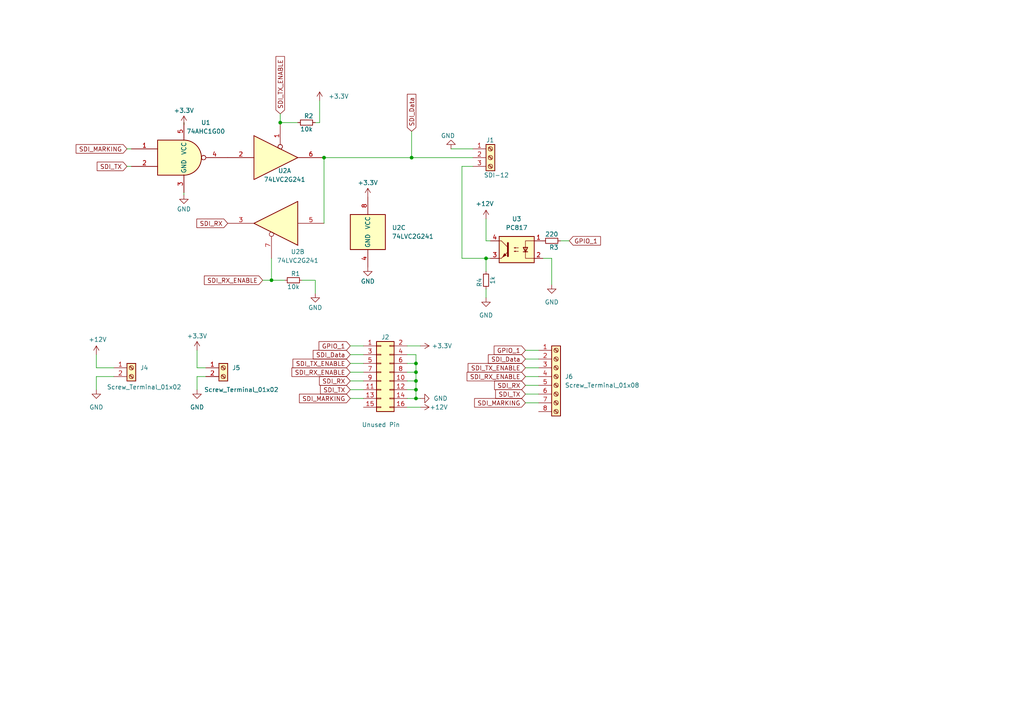
<source format=kicad_sch>
(kicad_sch
	(version 20231120)
	(generator "eeschema")
	(generator_version "8.0")
	(uuid "688656fa-6ac6-43ff-8704-7cbf0de03bb4")
	(paper "A4")
	(title_block
		(title "UART/SDI-12 Interface")
		(date "2024-07-09")
		(company "Comnets Uni Bremen")
		(comment 1 "Faruk Kollar")
	)
	(lib_symbols
		(symbol "+3.3V_1"
			(power)
			(pin_names
				(offset 0)
			)
			(exclude_from_sim no)
			(in_bom yes)
			(on_board yes)
			(property "Reference" "#PWR"
				(at 0 -3.81 0)
				(effects
					(font
						(size 1.27 1.27)
					)
					(hide yes)
				)
			)
			(property "Value" "+3.3V_1"
				(at 0 3.556 0)
				(effects
					(font
						(size 1.27 1.27)
					)
				)
			)
			(property "Footprint" ""
				(at 0 0 0)
				(effects
					(font
						(size 1.27 1.27)
					)
					(hide yes)
				)
			)
			(property "Datasheet" ""
				(at 0 0 0)
				(effects
					(font
						(size 1.27 1.27)
					)
					(hide yes)
				)
			)
			(property "Description" "Power symbol creates a global label with name \"+3.3V\""
				(at 0 0 0)
				(effects
					(font
						(size 1.27 1.27)
					)
					(hide yes)
				)
			)
			(property "ki_keywords" "global power"
				(at 0 0 0)
				(effects
					(font
						(size 1.27 1.27)
					)
					(hide yes)
				)
			)
			(symbol "+3.3V_1_0_1"
				(polyline
					(pts
						(xy -0.762 1.27) (xy 0 2.54)
					)
					(stroke
						(width 0)
						(type default)
					)
					(fill
						(type none)
					)
				)
				(polyline
					(pts
						(xy 0 0) (xy 0 2.54)
					)
					(stroke
						(width 0)
						(type default)
					)
					(fill
						(type none)
					)
				)
				(polyline
					(pts
						(xy 0 2.54) (xy 0.762 1.27)
					)
					(stroke
						(width 0)
						(type default)
					)
					(fill
						(type none)
					)
				)
			)
			(symbol "+3.3V_1_1_1"
				(pin power_in line
					(at 0 0 90)
					(length 0) hide
					(name "+3.3V"
						(effects
							(font
								(size 1.27 1.27)
							)
						)
					)
					(number "1"
						(effects
							(font
								(size 1.27 1.27)
							)
						)
					)
				)
			)
		)
		(symbol "74xGxx:74AHC1G00"
			(exclude_from_sim no)
			(in_bom yes)
			(on_board yes)
			(property "Reference" "U"
				(at -2.54 3.81 0)
				(effects
					(font
						(size 1.27 1.27)
					)
				)
			)
			(property "Value" "74AHC1G00"
				(at 0 -3.81 0)
				(effects
					(font
						(size 1.27 1.27)
					)
				)
			)
			(property "Footprint" ""
				(at 0 0 0)
				(effects
					(font
						(size 1.27 1.27)
					)
					(hide yes)
				)
			)
			(property "Datasheet" "http://www.ti.com/lit/sg/scyt129e/scyt129e.pdf"
				(at 0 0 0)
				(effects
					(font
						(size 1.27 1.27)
					)
					(hide yes)
				)
			)
			(property "Description" "Single NAND Gate, Low-Voltage CMOS"
				(at 0 0 0)
				(effects
					(font
						(size 1.27 1.27)
					)
					(hide yes)
				)
			)
			(property "ki_keywords" "Single Gate NAND LVC CMOS"
				(at 0 0 0)
				(effects
					(font
						(size 1.27 1.27)
					)
					(hide yes)
				)
			)
			(property "ki_fp_filters" "SOT* SG-*"
				(at 0 0 0)
				(effects
					(font
						(size 1.27 1.27)
					)
					(hide yes)
				)
			)
			(symbol "74AHC1G00_0_1"
				(arc
					(start 0 -5.08)
					(mid 5.0579 0)
					(end 0 5.08)
					(stroke
						(width 0.254)
						(type default)
					)
					(fill
						(type background)
					)
				)
				(polyline
					(pts
						(xy 0 -5.08) (xy -7.62 -5.08) (xy -7.62 5.08) (xy 0 5.08)
					)
					(stroke
						(width 0.254)
						(type default)
					)
					(fill
						(type background)
					)
				)
			)
			(symbol "74AHC1G00_1_1"
				(pin input line
					(at -15.24 2.54 0)
					(length 7.62)
					(name "~"
						(effects
							(font
								(size 1.27 1.27)
							)
						)
					)
					(number "1"
						(effects
							(font
								(size 1.27 1.27)
							)
						)
					)
				)
				(pin input line
					(at -15.24 -2.54 0)
					(length 7.62)
					(name "~"
						(effects
							(font
								(size 1.27 1.27)
							)
						)
					)
					(number "2"
						(effects
							(font
								(size 1.27 1.27)
							)
						)
					)
				)
				(pin power_in line
					(at 0 -10.16 90)
					(length 5.08)
					(name "GND"
						(effects
							(font
								(size 1.27 1.27)
							)
						)
					)
					(number "3"
						(effects
							(font
								(size 1.27 1.27)
							)
						)
					)
				)
				(pin output inverted
					(at 12.7 0 180)
					(length 7.62)
					(name "~"
						(effects
							(font
								(size 1.27 1.27)
							)
						)
					)
					(number "4"
						(effects
							(font
								(size 1.27 1.27)
							)
						)
					)
				)
				(pin power_in line
					(at 0 10.16 270)
					(length 5.08)
					(name "VCC"
						(effects
							(font
								(size 1.27 1.27)
							)
						)
					)
					(number "5"
						(effects
							(font
								(size 1.27 1.27)
							)
						)
					)
				)
			)
		)
		(symbol "74xGxx:74LVC2G241"
			(exclude_from_sim no)
			(in_bom yes)
			(on_board yes)
			(property "Reference" "U"
				(at 2.54 5.08 0)
				(effects
					(font
						(size 1.27 1.27)
					)
				)
			)
			(property "Value" "74LVC2G241"
				(at 2.54 -7.62 0)
				(effects
					(font
						(size 1.27 1.27)
					)
				)
			)
			(property "Footprint" ""
				(at 0 0 0)
				(effects
					(font
						(size 1.27 1.27)
					)
					(hide yes)
				)
			)
			(property "Datasheet" "http://www.ti.com/lit/sg/scyt129e/scyt129e.pdf"
				(at 0 0 0)
				(effects
					(font
						(size 1.27 1.27)
					)
					(hide yes)
				)
			)
			(property "Description" "Dual Buffer Tri-State, Low-Voltage CMOS"
				(at 0 0 0)
				(effects
					(font
						(size 1.27 1.27)
					)
					(hide yes)
				)
			)
			(property "ki_keywords" "Dual Buff Tri-State LVC CMOS"
				(at 0 0 0)
				(effects
					(font
						(size 1.27 1.27)
					)
					(hide yes)
				)
			)
			(property "ki_fp_filters" "VSSOP*"
				(at 0 0 0)
				(effects
					(font
						(size 1.27 1.27)
					)
					(hide yes)
				)
			)
			(symbol "74LVC2G241_1_1"
				(polyline
					(pts
						(xy -7.62 6.35) (xy -7.62 -6.35) (xy 5.08 0) (xy -7.62 6.35)
					)
					(stroke
						(width 0.254)
						(type default)
					)
					(fill
						(type background)
					)
				)
				(pin input inverted
					(at 0 10.16 270)
					(length 7.62)
					(name "~"
						(effects
							(font
								(size 1.27 1.27)
							)
						)
					)
					(number "1"
						(effects
							(font
								(size 1.27 1.27)
							)
						)
					)
				)
				(pin input line
					(at -15.24 0 0)
					(length 7.62)
					(name "~"
						(effects
							(font
								(size 1.27 1.27)
							)
						)
					)
					(number "2"
						(effects
							(font
								(size 1.27 1.27)
							)
						)
					)
				)
				(pin tri_state line
					(at 12.7 0 180)
					(length 7.62)
					(name "~"
						(effects
							(font
								(size 1.27 1.27)
							)
						)
					)
					(number "6"
						(effects
							(font
								(size 1.27 1.27)
							)
						)
					)
				)
			)
			(symbol "74LVC2G241_2_1"
				(polyline
					(pts
						(xy -7.62 6.35) (xy -7.62 -6.35) (xy 5.08 0) (xy -7.62 6.35)
					)
					(stroke
						(width 0.254)
						(type default)
					)
					(fill
						(type background)
					)
				)
				(pin tri_state line
					(at 12.7 0 180)
					(length 7.62)
					(name "~"
						(effects
							(font
								(size 1.27 1.27)
							)
						)
					)
					(number "3"
						(effects
							(font
								(size 1.27 1.27)
							)
						)
					)
				)
				(pin input line
					(at -15.24 0 0)
					(length 7.62)
					(name "~"
						(effects
							(font
								(size 1.27 1.27)
							)
						)
					)
					(number "5"
						(effects
							(font
								(size 1.27 1.27)
							)
						)
					)
				)
				(pin input inverted
					(at 0 10.16 270)
					(length 7.62)
					(name "~"
						(effects
							(font
								(size 1.27 1.27)
							)
						)
					)
					(number "7"
						(effects
							(font
								(size 1.27 1.27)
							)
						)
					)
				)
			)
			(symbol "74LVC2G241_3_0"
				(rectangle
					(start -5.08 -5.08)
					(end 5.08 5.08)
					(stroke
						(width 0.254)
						(type default)
					)
					(fill
						(type background)
					)
				)
			)
			(symbol "74LVC2G241_3_1"
				(pin power_in line
					(at 0 -10.16 90)
					(length 5.08)
					(name "GND"
						(effects
							(font
								(size 1.27 1.27)
							)
						)
					)
					(number "4"
						(effects
							(font
								(size 1.27 1.27)
							)
						)
					)
				)
				(pin power_in line
					(at 0 10.16 270)
					(length 5.08)
					(name "VCC"
						(effects
							(font
								(size 1.27 1.27)
							)
						)
					)
					(number "8"
						(effects
							(font
								(size 1.27 1.27)
							)
						)
					)
				)
			)
		)
		(symbol "Connector:Screw_Terminal_01x02"
			(pin_names
				(offset 1.016) hide)
			(exclude_from_sim no)
			(in_bom yes)
			(on_board yes)
			(property "Reference" "J"
				(at 0 2.54 0)
				(effects
					(font
						(size 1.27 1.27)
					)
				)
			)
			(property "Value" "Screw_Terminal_01x02"
				(at 0 -5.08 0)
				(effects
					(font
						(size 1.27 1.27)
					)
				)
			)
			(property "Footprint" ""
				(at 0 0 0)
				(effects
					(font
						(size 1.27 1.27)
					)
					(hide yes)
				)
			)
			(property "Datasheet" "~"
				(at 0 0 0)
				(effects
					(font
						(size 1.27 1.27)
					)
					(hide yes)
				)
			)
			(property "Description" "Generic screw terminal, single row, 01x02, script generated (kicad-library-utils/schlib/autogen/connector/)"
				(at 0 0 0)
				(effects
					(font
						(size 1.27 1.27)
					)
					(hide yes)
				)
			)
			(property "ki_keywords" "screw terminal"
				(at 0 0 0)
				(effects
					(font
						(size 1.27 1.27)
					)
					(hide yes)
				)
			)
			(property "ki_fp_filters" "TerminalBlock*:*"
				(at 0 0 0)
				(effects
					(font
						(size 1.27 1.27)
					)
					(hide yes)
				)
			)
			(symbol "Screw_Terminal_01x02_1_1"
				(rectangle
					(start -1.27 1.27)
					(end 1.27 -3.81)
					(stroke
						(width 0.254)
						(type default)
					)
					(fill
						(type background)
					)
				)
				(circle
					(center 0 -2.54)
					(radius 0.635)
					(stroke
						(width 0.1524)
						(type default)
					)
					(fill
						(type none)
					)
				)
				(polyline
					(pts
						(xy -0.5334 -2.2098) (xy 0.3302 -3.048)
					)
					(stroke
						(width 0.1524)
						(type default)
					)
					(fill
						(type none)
					)
				)
				(polyline
					(pts
						(xy -0.5334 0.3302) (xy 0.3302 -0.508)
					)
					(stroke
						(width 0.1524)
						(type default)
					)
					(fill
						(type none)
					)
				)
				(polyline
					(pts
						(xy -0.3556 -2.032) (xy 0.508 -2.8702)
					)
					(stroke
						(width 0.1524)
						(type default)
					)
					(fill
						(type none)
					)
				)
				(polyline
					(pts
						(xy -0.3556 0.508) (xy 0.508 -0.3302)
					)
					(stroke
						(width 0.1524)
						(type default)
					)
					(fill
						(type none)
					)
				)
				(circle
					(center 0 0)
					(radius 0.635)
					(stroke
						(width 0.1524)
						(type default)
					)
					(fill
						(type none)
					)
				)
				(pin passive line
					(at -5.08 0 0)
					(length 3.81)
					(name "Pin_1"
						(effects
							(font
								(size 1.27 1.27)
							)
						)
					)
					(number "1"
						(effects
							(font
								(size 1.27 1.27)
							)
						)
					)
				)
				(pin passive line
					(at -5.08 -2.54 0)
					(length 3.81)
					(name "Pin_2"
						(effects
							(font
								(size 1.27 1.27)
							)
						)
					)
					(number "2"
						(effects
							(font
								(size 1.27 1.27)
							)
						)
					)
				)
			)
		)
		(symbol "Connector:Screw_Terminal_01x03"
			(pin_names
				(offset 1.016) hide)
			(exclude_from_sim no)
			(in_bom yes)
			(on_board yes)
			(property "Reference" "J"
				(at 0 5.08 0)
				(effects
					(font
						(size 1.27 1.27)
					)
				)
			)
			(property "Value" "Screw_Terminal_01x03"
				(at 0 -5.08 0)
				(effects
					(font
						(size 1.27 1.27)
					)
				)
			)
			(property "Footprint" ""
				(at 0 0 0)
				(effects
					(font
						(size 1.27 1.27)
					)
					(hide yes)
				)
			)
			(property "Datasheet" "~"
				(at 0 0 0)
				(effects
					(font
						(size 1.27 1.27)
					)
					(hide yes)
				)
			)
			(property "Description" "Generic screw terminal, single row, 01x03, script generated (kicad-library-utils/schlib/autogen/connector/)"
				(at 0 0 0)
				(effects
					(font
						(size 1.27 1.27)
					)
					(hide yes)
				)
			)
			(property "ki_keywords" "screw terminal"
				(at 0 0 0)
				(effects
					(font
						(size 1.27 1.27)
					)
					(hide yes)
				)
			)
			(property "ki_fp_filters" "TerminalBlock*:*"
				(at 0 0 0)
				(effects
					(font
						(size 1.27 1.27)
					)
					(hide yes)
				)
			)
			(symbol "Screw_Terminal_01x03_1_1"
				(rectangle
					(start -1.27 3.81)
					(end 1.27 -3.81)
					(stroke
						(width 0.254)
						(type default)
					)
					(fill
						(type background)
					)
				)
				(circle
					(center 0 -2.54)
					(radius 0.635)
					(stroke
						(width 0.1524)
						(type default)
					)
					(fill
						(type none)
					)
				)
				(polyline
					(pts
						(xy -0.5334 -2.2098) (xy 0.3302 -3.048)
					)
					(stroke
						(width 0.1524)
						(type default)
					)
					(fill
						(type none)
					)
				)
				(polyline
					(pts
						(xy -0.5334 0.3302) (xy 0.3302 -0.508)
					)
					(stroke
						(width 0.1524)
						(type default)
					)
					(fill
						(type none)
					)
				)
				(polyline
					(pts
						(xy -0.5334 2.8702) (xy 0.3302 2.032)
					)
					(stroke
						(width 0.1524)
						(type default)
					)
					(fill
						(type none)
					)
				)
				(polyline
					(pts
						(xy -0.3556 -2.032) (xy 0.508 -2.8702)
					)
					(stroke
						(width 0.1524)
						(type default)
					)
					(fill
						(type none)
					)
				)
				(polyline
					(pts
						(xy -0.3556 0.508) (xy 0.508 -0.3302)
					)
					(stroke
						(width 0.1524)
						(type default)
					)
					(fill
						(type none)
					)
				)
				(polyline
					(pts
						(xy -0.3556 3.048) (xy 0.508 2.2098)
					)
					(stroke
						(width 0.1524)
						(type default)
					)
					(fill
						(type none)
					)
				)
				(circle
					(center 0 0)
					(radius 0.635)
					(stroke
						(width 0.1524)
						(type default)
					)
					(fill
						(type none)
					)
				)
				(circle
					(center 0 2.54)
					(radius 0.635)
					(stroke
						(width 0.1524)
						(type default)
					)
					(fill
						(type none)
					)
				)
				(pin passive line
					(at -5.08 2.54 0)
					(length 3.81)
					(name "Pin_1"
						(effects
							(font
								(size 1.27 1.27)
							)
						)
					)
					(number "1"
						(effects
							(font
								(size 1.27 1.27)
							)
						)
					)
				)
				(pin passive line
					(at -5.08 0 0)
					(length 3.81)
					(name "Pin_2"
						(effects
							(font
								(size 1.27 1.27)
							)
						)
					)
					(number "2"
						(effects
							(font
								(size 1.27 1.27)
							)
						)
					)
				)
				(pin passive line
					(at -5.08 -2.54 0)
					(length 3.81)
					(name "Pin_3"
						(effects
							(font
								(size 1.27 1.27)
							)
						)
					)
					(number "3"
						(effects
							(font
								(size 1.27 1.27)
							)
						)
					)
				)
			)
		)
		(symbol "Connector:Screw_Terminal_01x08"
			(pin_names
				(offset 1.016) hide)
			(exclude_from_sim no)
			(in_bom yes)
			(on_board yes)
			(property "Reference" "J"
				(at 0 10.16 0)
				(effects
					(font
						(size 1.27 1.27)
					)
				)
			)
			(property "Value" "Screw_Terminal_01x08"
				(at 0 -12.7 0)
				(effects
					(font
						(size 1.27 1.27)
					)
				)
			)
			(property "Footprint" ""
				(at 0 0 0)
				(effects
					(font
						(size 1.27 1.27)
					)
					(hide yes)
				)
			)
			(property "Datasheet" "~"
				(at 0 0 0)
				(effects
					(font
						(size 1.27 1.27)
					)
					(hide yes)
				)
			)
			(property "Description" "Generic screw terminal, single row, 01x08, script generated (kicad-library-utils/schlib/autogen/connector/)"
				(at 0 0 0)
				(effects
					(font
						(size 1.27 1.27)
					)
					(hide yes)
				)
			)
			(property "ki_keywords" "screw terminal"
				(at 0 0 0)
				(effects
					(font
						(size 1.27 1.27)
					)
					(hide yes)
				)
			)
			(property "ki_fp_filters" "TerminalBlock*:*"
				(at 0 0 0)
				(effects
					(font
						(size 1.27 1.27)
					)
					(hide yes)
				)
			)
			(symbol "Screw_Terminal_01x08_1_1"
				(rectangle
					(start -1.27 8.89)
					(end 1.27 -11.43)
					(stroke
						(width 0.254)
						(type default)
					)
					(fill
						(type background)
					)
				)
				(circle
					(center 0 -10.16)
					(radius 0.635)
					(stroke
						(width 0.1524)
						(type default)
					)
					(fill
						(type none)
					)
				)
				(circle
					(center 0 -7.62)
					(radius 0.635)
					(stroke
						(width 0.1524)
						(type default)
					)
					(fill
						(type none)
					)
				)
				(circle
					(center 0 -5.08)
					(radius 0.635)
					(stroke
						(width 0.1524)
						(type default)
					)
					(fill
						(type none)
					)
				)
				(circle
					(center 0 -2.54)
					(radius 0.635)
					(stroke
						(width 0.1524)
						(type default)
					)
					(fill
						(type none)
					)
				)
				(polyline
					(pts
						(xy -0.5334 -9.8298) (xy 0.3302 -10.668)
					)
					(stroke
						(width 0.1524)
						(type default)
					)
					(fill
						(type none)
					)
				)
				(polyline
					(pts
						(xy -0.5334 -7.2898) (xy 0.3302 -8.128)
					)
					(stroke
						(width 0.1524)
						(type default)
					)
					(fill
						(type none)
					)
				)
				(polyline
					(pts
						(xy -0.5334 -4.7498) (xy 0.3302 -5.588)
					)
					(stroke
						(width 0.1524)
						(type default)
					)
					(fill
						(type none)
					)
				)
				(polyline
					(pts
						(xy -0.5334 -2.2098) (xy 0.3302 -3.048)
					)
					(stroke
						(width 0.1524)
						(type default)
					)
					(fill
						(type none)
					)
				)
				(polyline
					(pts
						(xy -0.5334 0.3302) (xy 0.3302 -0.508)
					)
					(stroke
						(width 0.1524)
						(type default)
					)
					(fill
						(type none)
					)
				)
				(polyline
					(pts
						(xy -0.5334 2.8702) (xy 0.3302 2.032)
					)
					(stroke
						(width 0.1524)
						(type default)
					)
					(fill
						(type none)
					)
				)
				(polyline
					(pts
						(xy -0.5334 5.4102) (xy 0.3302 4.572)
					)
					(stroke
						(width 0.1524)
						(type default)
					)
					(fill
						(type none)
					)
				)
				(polyline
					(pts
						(xy -0.5334 7.9502) (xy 0.3302 7.112)
					)
					(stroke
						(width 0.1524)
						(type default)
					)
					(fill
						(type none)
					)
				)
				(polyline
					(pts
						(xy -0.3556 -9.652) (xy 0.508 -10.4902)
					)
					(stroke
						(width 0.1524)
						(type default)
					)
					(fill
						(type none)
					)
				)
				(polyline
					(pts
						(xy -0.3556 -7.112) (xy 0.508 -7.9502)
					)
					(stroke
						(width 0.1524)
						(type default)
					)
					(fill
						(type none)
					)
				)
				(polyline
					(pts
						(xy -0.3556 -4.572) (xy 0.508 -5.4102)
					)
					(stroke
						(width 0.1524)
						(type default)
					)
					(fill
						(type none)
					)
				)
				(polyline
					(pts
						(xy -0.3556 -2.032) (xy 0.508 -2.8702)
					)
					(stroke
						(width 0.1524)
						(type default)
					)
					(fill
						(type none)
					)
				)
				(polyline
					(pts
						(xy -0.3556 0.508) (xy 0.508 -0.3302)
					)
					(stroke
						(width 0.1524)
						(type default)
					)
					(fill
						(type none)
					)
				)
				(polyline
					(pts
						(xy -0.3556 3.048) (xy 0.508 2.2098)
					)
					(stroke
						(width 0.1524)
						(type default)
					)
					(fill
						(type none)
					)
				)
				(polyline
					(pts
						(xy -0.3556 5.588) (xy 0.508 4.7498)
					)
					(stroke
						(width 0.1524)
						(type default)
					)
					(fill
						(type none)
					)
				)
				(polyline
					(pts
						(xy -0.3556 8.128) (xy 0.508 7.2898)
					)
					(stroke
						(width 0.1524)
						(type default)
					)
					(fill
						(type none)
					)
				)
				(circle
					(center 0 0)
					(radius 0.635)
					(stroke
						(width 0.1524)
						(type default)
					)
					(fill
						(type none)
					)
				)
				(circle
					(center 0 2.54)
					(radius 0.635)
					(stroke
						(width 0.1524)
						(type default)
					)
					(fill
						(type none)
					)
				)
				(circle
					(center 0 5.08)
					(radius 0.635)
					(stroke
						(width 0.1524)
						(type default)
					)
					(fill
						(type none)
					)
				)
				(circle
					(center 0 7.62)
					(radius 0.635)
					(stroke
						(width 0.1524)
						(type default)
					)
					(fill
						(type none)
					)
				)
				(pin passive line
					(at -5.08 7.62 0)
					(length 3.81)
					(name "Pin_1"
						(effects
							(font
								(size 1.27 1.27)
							)
						)
					)
					(number "1"
						(effects
							(font
								(size 1.27 1.27)
							)
						)
					)
				)
				(pin passive line
					(at -5.08 5.08 0)
					(length 3.81)
					(name "Pin_2"
						(effects
							(font
								(size 1.27 1.27)
							)
						)
					)
					(number "2"
						(effects
							(font
								(size 1.27 1.27)
							)
						)
					)
				)
				(pin passive line
					(at -5.08 2.54 0)
					(length 3.81)
					(name "Pin_3"
						(effects
							(font
								(size 1.27 1.27)
							)
						)
					)
					(number "3"
						(effects
							(font
								(size 1.27 1.27)
							)
						)
					)
				)
				(pin passive line
					(at -5.08 0 0)
					(length 3.81)
					(name "Pin_4"
						(effects
							(font
								(size 1.27 1.27)
							)
						)
					)
					(number "4"
						(effects
							(font
								(size 1.27 1.27)
							)
						)
					)
				)
				(pin passive line
					(at -5.08 -2.54 0)
					(length 3.81)
					(name "Pin_5"
						(effects
							(font
								(size 1.27 1.27)
							)
						)
					)
					(number "5"
						(effects
							(font
								(size 1.27 1.27)
							)
						)
					)
				)
				(pin passive line
					(at -5.08 -5.08 0)
					(length 3.81)
					(name "Pin_6"
						(effects
							(font
								(size 1.27 1.27)
							)
						)
					)
					(number "6"
						(effects
							(font
								(size 1.27 1.27)
							)
						)
					)
				)
				(pin passive line
					(at -5.08 -7.62 0)
					(length 3.81)
					(name "Pin_7"
						(effects
							(font
								(size 1.27 1.27)
							)
						)
					)
					(number "7"
						(effects
							(font
								(size 1.27 1.27)
							)
						)
					)
				)
				(pin passive line
					(at -5.08 -10.16 0)
					(length 3.81)
					(name "Pin_8"
						(effects
							(font
								(size 1.27 1.27)
							)
						)
					)
					(number "8"
						(effects
							(font
								(size 1.27 1.27)
							)
						)
					)
				)
			)
		)
		(symbol "Connector_Generic:Conn_02x08_Odd_Even"
			(pin_names
				(offset 1.016) hide)
			(exclude_from_sim no)
			(in_bom yes)
			(on_board yes)
			(property "Reference" "J"
				(at 1.27 10.16 0)
				(effects
					(font
						(size 1.27 1.27)
					)
				)
			)
			(property "Value" "Conn_02x08_Odd_Even"
				(at 1.27 -12.7 0)
				(effects
					(font
						(size 1.27 1.27)
					)
				)
			)
			(property "Footprint" ""
				(at 0 0 0)
				(effects
					(font
						(size 1.27 1.27)
					)
					(hide yes)
				)
			)
			(property "Datasheet" "~"
				(at 0 0 0)
				(effects
					(font
						(size 1.27 1.27)
					)
					(hide yes)
				)
			)
			(property "Description" "Generic connector, double row, 02x08, odd/even pin numbering scheme (row 1 odd numbers, row 2 even numbers), script generated (kicad-library-utils/schlib/autogen/connector/)"
				(at 0 0 0)
				(effects
					(font
						(size 1.27 1.27)
					)
					(hide yes)
				)
			)
			(property "ki_keywords" "connector"
				(at 0 0 0)
				(effects
					(font
						(size 1.27 1.27)
					)
					(hide yes)
				)
			)
			(property "ki_fp_filters" "Connector*:*_2x??_*"
				(at 0 0 0)
				(effects
					(font
						(size 1.27 1.27)
					)
					(hide yes)
				)
			)
			(symbol "Conn_02x08_Odd_Even_1_1"
				(rectangle
					(start -1.27 -10.033)
					(end 0 -10.287)
					(stroke
						(width 0.1524)
						(type default)
					)
					(fill
						(type none)
					)
				)
				(rectangle
					(start -1.27 -7.493)
					(end 0 -7.747)
					(stroke
						(width 0.1524)
						(type default)
					)
					(fill
						(type none)
					)
				)
				(rectangle
					(start -1.27 -4.953)
					(end 0 -5.207)
					(stroke
						(width 0.1524)
						(type default)
					)
					(fill
						(type none)
					)
				)
				(rectangle
					(start -1.27 -2.413)
					(end 0 -2.667)
					(stroke
						(width 0.1524)
						(type default)
					)
					(fill
						(type none)
					)
				)
				(rectangle
					(start -1.27 0.127)
					(end 0 -0.127)
					(stroke
						(width 0.1524)
						(type default)
					)
					(fill
						(type none)
					)
				)
				(rectangle
					(start -1.27 2.667)
					(end 0 2.413)
					(stroke
						(width 0.1524)
						(type default)
					)
					(fill
						(type none)
					)
				)
				(rectangle
					(start -1.27 5.207)
					(end 0 4.953)
					(stroke
						(width 0.1524)
						(type default)
					)
					(fill
						(type none)
					)
				)
				(rectangle
					(start -1.27 7.747)
					(end 0 7.493)
					(stroke
						(width 0.1524)
						(type default)
					)
					(fill
						(type none)
					)
				)
				(rectangle
					(start -1.27 8.89)
					(end 3.81 -11.43)
					(stroke
						(width 0.254)
						(type default)
					)
					(fill
						(type background)
					)
				)
				(rectangle
					(start 3.81 -10.033)
					(end 2.54 -10.287)
					(stroke
						(width 0.1524)
						(type default)
					)
					(fill
						(type none)
					)
				)
				(rectangle
					(start 3.81 -7.493)
					(end 2.54 -7.747)
					(stroke
						(width 0.1524)
						(type default)
					)
					(fill
						(type none)
					)
				)
				(rectangle
					(start 3.81 -4.953)
					(end 2.54 -5.207)
					(stroke
						(width 0.1524)
						(type default)
					)
					(fill
						(type none)
					)
				)
				(rectangle
					(start 3.81 -2.413)
					(end 2.54 -2.667)
					(stroke
						(width 0.1524)
						(type default)
					)
					(fill
						(type none)
					)
				)
				(rectangle
					(start 3.81 0.127)
					(end 2.54 -0.127)
					(stroke
						(width 0.1524)
						(type default)
					)
					(fill
						(type none)
					)
				)
				(rectangle
					(start 3.81 2.667)
					(end 2.54 2.413)
					(stroke
						(width 0.1524)
						(type default)
					)
					(fill
						(type none)
					)
				)
				(rectangle
					(start 3.81 5.207)
					(end 2.54 4.953)
					(stroke
						(width 0.1524)
						(type default)
					)
					(fill
						(type none)
					)
				)
				(rectangle
					(start 3.81 7.747)
					(end 2.54 7.493)
					(stroke
						(width 0.1524)
						(type default)
					)
					(fill
						(type none)
					)
				)
				(pin passive line
					(at -5.08 7.62 0)
					(length 3.81)
					(name "Pin_1"
						(effects
							(font
								(size 1.27 1.27)
							)
						)
					)
					(number "1"
						(effects
							(font
								(size 1.27 1.27)
							)
						)
					)
				)
				(pin passive line
					(at 7.62 -2.54 180)
					(length 3.81)
					(name "Pin_10"
						(effects
							(font
								(size 1.27 1.27)
							)
						)
					)
					(number "10"
						(effects
							(font
								(size 1.27 1.27)
							)
						)
					)
				)
				(pin passive line
					(at -5.08 -5.08 0)
					(length 3.81)
					(name "Pin_11"
						(effects
							(font
								(size 1.27 1.27)
							)
						)
					)
					(number "11"
						(effects
							(font
								(size 1.27 1.27)
							)
						)
					)
				)
				(pin passive line
					(at 7.62 -5.08 180)
					(length 3.81)
					(name "Pin_12"
						(effects
							(font
								(size 1.27 1.27)
							)
						)
					)
					(number "12"
						(effects
							(font
								(size 1.27 1.27)
							)
						)
					)
				)
				(pin passive line
					(at -5.08 -7.62 0)
					(length 3.81)
					(name "Pin_13"
						(effects
							(font
								(size 1.27 1.27)
							)
						)
					)
					(number "13"
						(effects
							(font
								(size 1.27 1.27)
							)
						)
					)
				)
				(pin passive line
					(at 7.62 -7.62 180)
					(length 3.81)
					(name "Pin_14"
						(effects
							(font
								(size 1.27 1.27)
							)
						)
					)
					(number "14"
						(effects
							(font
								(size 1.27 1.27)
							)
						)
					)
				)
				(pin passive line
					(at -5.08 -10.16 0)
					(length 3.81)
					(name "Pin_15"
						(effects
							(font
								(size 1.27 1.27)
							)
						)
					)
					(number "15"
						(effects
							(font
								(size 1.27 1.27)
							)
						)
					)
				)
				(pin passive line
					(at 7.62 -10.16 180)
					(length 3.81)
					(name "Pin_16"
						(effects
							(font
								(size 1.27 1.27)
							)
						)
					)
					(number "16"
						(effects
							(font
								(size 1.27 1.27)
							)
						)
					)
				)
				(pin passive line
					(at 7.62 7.62 180)
					(length 3.81)
					(name "Pin_2"
						(effects
							(font
								(size 1.27 1.27)
							)
						)
					)
					(number "2"
						(effects
							(font
								(size 1.27 1.27)
							)
						)
					)
				)
				(pin passive line
					(at -5.08 5.08 0)
					(length 3.81)
					(name "Pin_3"
						(effects
							(font
								(size 1.27 1.27)
							)
						)
					)
					(number "3"
						(effects
							(font
								(size 1.27 1.27)
							)
						)
					)
				)
				(pin passive line
					(at 7.62 5.08 180)
					(length 3.81)
					(name "Pin_4"
						(effects
							(font
								(size 1.27 1.27)
							)
						)
					)
					(number "4"
						(effects
							(font
								(size 1.27 1.27)
							)
						)
					)
				)
				(pin passive line
					(at -5.08 2.54 0)
					(length 3.81)
					(name "Pin_5"
						(effects
							(font
								(size 1.27 1.27)
							)
						)
					)
					(number "5"
						(effects
							(font
								(size 1.27 1.27)
							)
						)
					)
				)
				(pin passive line
					(at 7.62 2.54 180)
					(length 3.81)
					(name "Pin_6"
						(effects
							(font
								(size 1.27 1.27)
							)
						)
					)
					(number "6"
						(effects
							(font
								(size 1.27 1.27)
							)
						)
					)
				)
				(pin passive line
					(at -5.08 0 0)
					(length 3.81)
					(name "Pin_7"
						(effects
							(font
								(size 1.27 1.27)
							)
						)
					)
					(number "7"
						(effects
							(font
								(size 1.27 1.27)
							)
						)
					)
				)
				(pin passive line
					(at 7.62 0 180)
					(length 3.81)
					(name "Pin_8"
						(effects
							(font
								(size 1.27 1.27)
							)
						)
					)
					(number "8"
						(effects
							(font
								(size 1.27 1.27)
							)
						)
					)
				)
				(pin passive line
					(at -5.08 -2.54 0)
					(length 3.81)
					(name "Pin_9"
						(effects
							(font
								(size 1.27 1.27)
							)
						)
					)
					(number "9"
						(effects
							(font
								(size 1.27 1.27)
							)
						)
					)
				)
			)
		)
		(symbol "Device:R_Small"
			(pin_numbers hide)
			(pin_names
				(offset 0.254) hide)
			(exclude_from_sim no)
			(in_bom yes)
			(on_board yes)
			(property "Reference" "R"
				(at 0.762 0.508 0)
				(effects
					(font
						(size 1.27 1.27)
					)
					(justify left)
				)
			)
			(property "Value" "R_Small"
				(at 0.762 -1.016 0)
				(effects
					(font
						(size 1.27 1.27)
					)
					(justify left)
				)
			)
			(property "Footprint" ""
				(at 0 0 0)
				(effects
					(font
						(size 1.27 1.27)
					)
					(hide yes)
				)
			)
			(property "Datasheet" "~"
				(at 0 0 0)
				(effects
					(font
						(size 1.27 1.27)
					)
					(hide yes)
				)
			)
			(property "Description" "Resistor, small symbol"
				(at 0 0 0)
				(effects
					(font
						(size 1.27 1.27)
					)
					(hide yes)
				)
			)
			(property "ki_keywords" "R resistor"
				(at 0 0 0)
				(effects
					(font
						(size 1.27 1.27)
					)
					(hide yes)
				)
			)
			(property "ki_fp_filters" "R_*"
				(at 0 0 0)
				(effects
					(font
						(size 1.27 1.27)
					)
					(hide yes)
				)
			)
			(symbol "R_Small_0_1"
				(rectangle
					(start -0.762 1.778)
					(end 0.762 -1.778)
					(stroke
						(width 0.2032)
						(type default)
					)
					(fill
						(type none)
					)
				)
			)
			(symbol "R_Small_1_1"
				(pin passive line
					(at 0 2.54 270)
					(length 0.762)
					(name "~"
						(effects
							(font
								(size 1.27 1.27)
							)
						)
					)
					(number "1"
						(effects
							(font
								(size 1.27 1.27)
							)
						)
					)
				)
				(pin passive line
					(at 0 -2.54 90)
					(length 0.762)
					(name "~"
						(effects
							(font
								(size 1.27 1.27)
							)
						)
					)
					(number "2"
						(effects
							(font
								(size 1.27 1.27)
							)
						)
					)
				)
			)
		)
		(symbol "GND_4"
			(power)
			(pin_names
				(offset 0)
			)
			(exclude_from_sim no)
			(in_bom yes)
			(on_board yes)
			(property "Reference" "#PWR"
				(at 0 -6.35 0)
				(effects
					(font
						(size 1.27 1.27)
					)
					(hide yes)
				)
			)
			(property "Value" "GND_4"
				(at 0 -3.81 0)
				(effects
					(font
						(size 1.27 1.27)
					)
				)
			)
			(property "Footprint" ""
				(at 0 0 0)
				(effects
					(font
						(size 1.27 1.27)
					)
					(hide yes)
				)
			)
			(property "Datasheet" ""
				(at 0 0 0)
				(effects
					(font
						(size 1.27 1.27)
					)
					(hide yes)
				)
			)
			(property "Description" "Power symbol creates a global label with name \"GND\" , ground"
				(at 0 0 0)
				(effects
					(font
						(size 1.27 1.27)
					)
					(hide yes)
				)
			)
			(property "ki_keywords" "global power"
				(at 0 0 0)
				(effects
					(font
						(size 1.27 1.27)
					)
					(hide yes)
				)
			)
			(symbol "GND_4_0_1"
				(polyline
					(pts
						(xy 0 0) (xy 0 -1.27) (xy 1.27 -1.27) (xy 0 -2.54) (xy -1.27 -1.27) (xy 0 -1.27)
					)
					(stroke
						(width 0)
						(type default)
					)
					(fill
						(type none)
					)
				)
			)
			(symbol "GND_4_1_1"
				(pin power_in line
					(at 0 0 270)
					(length 0) hide
					(name "GND"
						(effects
							(font
								(size 1.27 1.27)
							)
						)
					)
					(number "1"
						(effects
							(font
								(size 1.27 1.27)
							)
						)
					)
				)
			)
		)
		(symbol "GND_7"
			(power)
			(pin_names
				(offset 0)
			)
			(exclude_from_sim no)
			(in_bom yes)
			(on_board yes)
			(property "Reference" "#PWR"
				(at 0 -6.35 0)
				(effects
					(font
						(size 1.27 1.27)
					)
					(hide yes)
				)
			)
			(property "Value" "GND_7"
				(at 0 -3.81 0)
				(effects
					(font
						(size 1.27 1.27)
					)
				)
			)
			(property "Footprint" ""
				(at 0 0 0)
				(effects
					(font
						(size 1.27 1.27)
					)
					(hide yes)
				)
			)
			(property "Datasheet" ""
				(at 0 0 0)
				(effects
					(font
						(size 1.27 1.27)
					)
					(hide yes)
				)
			)
			(property "Description" "Power symbol creates a global label with name \"GND\" , ground"
				(at 0 0 0)
				(effects
					(font
						(size 1.27 1.27)
					)
					(hide yes)
				)
			)
			(property "ki_keywords" "global power"
				(at 0 0 0)
				(effects
					(font
						(size 1.27 1.27)
					)
					(hide yes)
				)
			)
			(symbol "GND_7_0_1"
				(polyline
					(pts
						(xy 0 0) (xy 0 -1.27) (xy 1.27 -1.27) (xy 0 -2.54) (xy -1.27 -1.27) (xy 0 -1.27)
					)
					(stroke
						(width 0)
						(type default)
					)
					(fill
						(type none)
					)
				)
			)
			(symbol "GND_7_1_1"
				(pin power_in line
					(at 0 0 270)
					(length 0) hide
					(name "GND"
						(effects
							(font
								(size 1.27 1.27)
							)
						)
					)
					(number "1"
						(effects
							(font
								(size 1.27 1.27)
							)
						)
					)
				)
			)
		)
		(symbol "GND_9"
			(power)
			(pin_names
				(offset 0)
			)
			(exclude_from_sim no)
			(in_bom yes)
			(on_board yes)
			(property "Reference" "#PWR"
				(at 0 -6.35 0)
				(effects
					(font
						(size 1.27 1.27)
					)
					(hide yes)
				)
			)
			(property "Value" "GND_9"
				(at 0 -3.81 0)
				(effects
					(font
						(size 1.27 1.27)
					)
				)
			)
			(property "Footprint" ""
				(at 0 0 0)
				(effects
					(font
						(size 1.27 1.27)
					)
					(hide yes)
				)
			)
			(property "Datasheet" ""
				(at 0 0 0)
				(effects
					(font
						(size 1.27 1.27)
					)
					(hide yes)
				)
			)
			(property "Description" "Power symbol creates a global label with name \"GND\" , ground"
				(at 0 0 0)
				(effects
					(font
						(size 1.27 1.27)
					)
					(hide yes)
				)
			)
			(property "ki_keywords" "global power"
				(at 0 0 0)
				(effects
					(font
						(size 1.27 1.27)
					)
					(hide yes)
				)
			)
			(symbol "GND_9_0_1"
				(polyline
					(pts
						(xy 0 0) (xy 0 -1.27) (xy 1.27 -1.27) (xy 0 -2.54) (xy -1.27 -1.27) (xy 0 -1.27)
					)
					(stroke
						(width 0)
						(type default)
					)
					(fill
						(type none)
					)
				)
			)
			(symbol "GND_9_1_1"
				(pin power_in line
					(at 0 0 270)
					(length 0) hide
					(name "GND"
						(effects
							(font
								(size 1.27 1.27)
							)
						)
					)
					(number "1"
						(effects
							(font
								(size 1.27 1.27)
							)
						)
					)
				)
			)
		)
		(symbol "Isolator:PC817"
			(pin_names
				(offset 1.016)
			)
			(exclude_from_sim no)
			(in_bom yes)
			(on_board yes)
			(property "Reference" "U"
				(at -5.08 5.08 0)
				(effects
					(font
						(size 1.27 1.27)
					)
					(justify left)
				)
			)
			(property "Value" "PC817"
				(at 0 5.08 0)
				(effects
					(font
						(size 1.27 1.27)
					)
					(justify left)
				)
			)
			(property "Footprint" "Package_DIP:DIP-4_W7.62mm"
				(at -5.08 -5.08 0)
				(effects
					(font
						(size 1.27 1.27)
						(italic yes)
					)
					(justify left)
					(hide yes)
				)
			)
			(property "Datasheet" "http://www.soselectronic.cz/a_info/resource/d/pc817.pdf"
				(at 0 0 0)
				(effects
					(font
						(size 1.27 1.27)
					)
					(justify left)
					(hide yes)
				)
			)
			(property "Description" "DC Optocoupler, Vce 35V, CTR 50-300%, DIP-4"
				(at 0 0 0)
				(effects
					(font
						(size 1.27 1.27)
					)
					(hide yes)
				)
			)
			(property "ki_keywords" "NPN DC Optocoupler"
				(at 0 0 0)
				(effects
					(font
						(size 1.27 1.27)
					)
					(hide yes)
				)
			)
			(property "ki_fp_filters" "DIP*W7.62mm*"
				(at 0 0 0)
				(effects
					(font
						(size 1.27 1.27)
					)
					(hide yes)
				)
			)
			(symbol "PC817_0_1"
				(rectangle
					(start -5.08 3.81)
					(end 5.08 -3.81)
					(stroke
						(width 0.254)
						(type default)
					)
					(fill
						(type background)
					)
				)
				(polyline
					(pts
						(xy -3.175 -0.635) (xy -1.905 -0.635)
					)
					(stroke
						(width 0.254)
						(type default)
					)
					(fill
						(type none)
					)
				)
				(polyline
					(pts
						(xy 2.54 0.635) (xy 4.445 2.54)
					)
					(stroke
						(width 0)
						(type default)
					)
					(fill
						(type none)
					)
				)
				(polyline
					(pts
						(xy 4.445 -2.54) (xy 2.54 -0.635)
					)
					(stroke
						(width 0)
						(type default)
					)
					(fill
						(type outline)
					)
				)
				(polyline
					(pts
						(xy 4.445 -2.54) (xy 5.08 -2.54)
					)
					(stroke
						(width 0)
						(type default)
					)
					(fill
						(type none)
					)
				)
				(polyline
					(pts
						(xy 4.445 2.54) (xy 5.08 2.54)
					)
					(stroke
						(width 0)
						(type default)
					)
					(fill
						(type none)
					)
				)
				(polyline
					(pts
						(xy -5.08 2.54) (xy -2.54 2.54) (xy -2.54 -0.635)
					)
					(stroke
						(width 0)
						(type default)
					)
					(fill
						(type none)
					)
				)
				(polyline
					(pts
						(xy -2.54 -0.635) (xy -2.54 -2.54) (xy -5.08 -2.54)
					)
					(stroke
						(width 0)
						(type default)
					)
					(fill
						(type none)
					)
				)
				(polyline
					(pts
						(xy 2.54 1.905) (xy 2.54 -1.905) (xy 2.54 -1.905)
					)
					(stroke
						(width 0.508)
						(type default)
					)
					(fill
						(type none)
					)
				)
				(polyline
					(pts
						(xy -2.54 -0.635) (xy -3.175 0.635) (xy -1.905 0.635) (xy -2.54 -0.635)
					)
					(stroke
						(width 0.254)
						(type default)
					)
					(fill
						(type none)
					)
				)
				(polyline
					(pts
						(xy -0.508 -0.508) (xy 0.762 -0.508) (xy 0.381 -0.635) (xy 0.381 -0.381) (xy 0.762 -0.508)
					)
					(stroke
						(width 0)
						(type default)
					)
					(fill
						(type none)
					)
				)
				(polyline
					(pts
						(xy -0.508 0.508) (xy 0.762 0.508) (xy 0.381 0.381) (xy 0.381 0.635) (xy 0.762 0.508)
					)
					(stroke
						(width 0)
						(type default)
					)
					(fill
						(type none)
					)
				)
				(polyline
					(pts
						(xy 3.048 -1.651) (xy 3.556 -1.143) (xy 4.064 -2.159) (xy 3.048 -1.651) (xy 3.048 -1.651)
					)
					(stroke
						(width 0)
						(type default)
					)
					(fill
						(type outline)
					)
				)
			)
			(symbol "PC817_1_1"
				(pin passive line
					(at -7.62 2.54 0)
					(length 2.54)
					(name "~"
						(effects
							(font
								(size 1.27 1.27)
							)
						)
					)
					(number "1"
						(effects
							(font
								(size 1.27 1.27)
							)
						)
					)
				)
				(pin passive line
					(at -7.62 -2.54 0)
					(length 2.54)
					(name "~"
						(effects
							(font
								(size 1.27 1.27)
							)
						)
					)
					(number "2"
						(effects
							(font
								(size 1.27 1.27)
							)
						)
					)
				)
				(pin passive line
					(at 7.62 -2.54 180)
					(length 2.54)
					(name "~"
						(effects
							(font
								(size 1.27 1.27)
							)
						)
					)
					(number "3"
						(effects
							(font
								(size 1.27 1.27)
							)
						)
					)
				)
				(pin passive line
					(at 7.62 2.54 180)
					(length 2.54)
					(name "~"
						(effects
							(font
								(size 1.27 1.27)
							)
						)
					)
					(number "4"
						(effects
							(font
								(size 1.27 1.27)
							)
						)
					)
				)
			)
		)
		(symbol "power:+12V"
			(power)
			(pin_names
				(offset 0)
			)
			(exclude_from_sim no)
			(in_bom yes)
			(on_board yes)
			(property "Reference" "#PWR"
				(at 0 -3.81 0)
				(effects
					(font
						(size 1.27 1.27)
					)
					(hide yes)
				)
			)
			(property "Value" "+12V"
				(at 0 3.556 0)
				(effects
					(font
						(size 1.27 1.27)
					)
				)
			)
			(property "Footprint" ""
				(at 0 0 0)
				(effects
					(font
						(size 1.27 1.27)
					)
					(hide yes)
				)
			)
			(property "Datasheet" ""
				(at 0 0 0)
				(effects
					(font
						(size 1.27 1.27)
					)
					(hide yes)
				)
			)
			(property "Description" "Power symbol creates a global label with name \"+12V\""
				(at 0 0 0)
				(effects
					(font
						(size 1.27 1.27)
					)
					(hide yes)
				)
			)
			(property "ki_keywords" "power-flag"
				(at 0 0 0)
				(effects
					(font
						(size 1.27 1.27)
					)
					(hide yes)
				)
			)
			(symbol "+12V_0_1"
				(polyline
					(pts
						(xy -0.762 1.27) (xy 0 2.54)
					)
					(stroke
						(width 0)
						(type default)
					)
					(fill
						(type none)
					)
				)
				(polyline
					(pts
						(xy 0 0) (xy 0 2.54)
					)
					(stroke
						(width 0)
						(type default)
					)
					(fill
						(type none)
					)
				)
				(polyline
					(pts
						(xy 0 2.54) (xy 0.762 1.27)
					)
					(stroke
						(width 0)
						(type default)
					)
					(fill
						(type none)
					)
				)
			)
			(symbol "+12V_1_1"
				(pin power_in line
					(at 0 0 90)
					(length 0) hide
					(name "+12V"
						(effects
							(font
								(size 1.27 1.27)
							)
						)
					)
					(number "1"
						(effects
							(font
								(size 1.27 1.27)
							)
						)
					)
				)
			)
		)
		(symbol "power:GND"
			(power)
			(pin_names
				(offset 0)
			)
			(exclude_from_sim no)
			(in_bom yes)
			(on_board yes)
			(property "Reference" "#PWR"
				(at 0 -6.35 0)
				(effects
					(font
						(size 1.27 1.27)
					)
					(hide yes)
				)
			)
			(property "Value" "GND"
				(at 0 -3.81 0)
				(effects
					(font
						(size 1.27 1.27)
					)
				)
			)
			(property "Footprint" ""
				(at 0 0 0)
				(effects
					(font
						(size 1.27 1.27)
					)
					(hide yes)
				)
			)
			(property "Datasheet" ""
				(at 0 0 0)
				(effects
					(font
						(size 1.27 1.27)
					)
					(hide yes)
				)
			)
			(property "Description" "Power symbol creates a global label with name \"GND\" , ground"
				(at 0 0 0)
				(effects
					(font
						(size 1.27 1.27)
					)
					(hide yes)
				)
			)
			(property "ki_keywords" "power-flag"
				(at 0 0 0)
				(effects
					(font
						(size 1.27 1.27)
					)
					(hide yes)
				)
			)
			(symbol "GND_0_1"
				(polyline
					(pts
						(xy 0 0) (xy 0 -1.27) (xy 1.27 -1.27) (xy 0 -2.54) (xy -1.27 -1.27) (xy 0 -1.27)
					)
					(stroke
						(width 0)
						(type default)
					)
					(fill
						(type none)
					)
				)
			)
			(symbol "GND_1_1"
				(pin power_in line
					(at 0 0 270)
					(length 0) hide
					(name "GND"
						(effects
							(font
								(size 1.27 1.27)
							)
						)
					)
					(number "1"
						(effects
							(font
								(size 1.27 1.27)
							)
						)
					)
				)
			)
		)
	)
	(junction
		(at 120.65 107.95)
		(diameter 0)
		(color 0 0 0 0)
		(uuid "129ff37c-2b51-4cb0-a10c-d0f6c35f40ed")
	)
	(junction
		(at 120.65 115.57)
		(diameter 0)
		(color 0 0 0 0)
		(uuid "43574e42-2519-484a-b1a4-2eca1523490c")
	)
	(junction
		(at 120.65 110.49)
		(diameter 0)
		(color 0 0 0 0)
		(uuid "59bd9825-386c-42c9-be1b-82657063f9ba")
	)
	(junction
		(at 81.28 35.56)
		(diameter 0)
		(color 0 0 0 0)
		(uuid "a4310587-99f6-495b-a363-68d2278e6617")
	)
	(junction
		(at 140.97 74.93)
		(diameter 0)
		(color 0 0 0 0)
		(uuid "b6f2f10d-fd17-4f48-ad63-974750a9cfd5")
	)
	(junction
		(at 78.74 81.28)
		(diameter 0)
		(color 0 0 0 0)
		(uuid "bb735b78-ebaf-46f4-8b17-1264009674a2")
	)
	(junction
		(at 119.38 45.72)
		(diameter 0)
		(color 0 0 0 0)
		(uuid "c3d31b88-3033-45d4-a636-fbd2acff0b17")
	)
	(junction
		(at 120.65 105.41)
		(diameter 0)
		(color 0 0 0 0)
		(uuid "cf25278a-1b25-49be-a747-49b5ffb8c4e4")
	)
	(junction
		(at 93.98 45.72)
		(diameter 0)
		(color 0 0 0 0)
		(uuid "e6eb24b8-f4d7-40f9-a7c0-1c06b6acadb8")
	)
	(junction
		(at 120.65 113.03)
		(diameter 0)
		(color 0 0 0 0)
		(uuid "fb969b81-90fc-4482-aa0d-97a2f28d621c")
	)
	(wire
		(pts
			(xy 118.11 102.87) (xy 120.65 102.87)
		)
		(stroke
			(width 0)
			(type default)
		)
		(uuid "00151586-0421-4eff-9086-844960ef6fca")
	)
	(wire
		(pts
			(xy 119.38 45.72) (xy 137.16 45.72)
		)
		(stroke
			(width 0)
			(type default)
		)
		(uuid "038c66ae-335c-40f8-92b3-f4ecdd5a0f67")
	)
	(wire
		(pts
			(xy 152.4 114.3) (xy 156.21 114.3)
		)
		(stroke
			(width 0)
			(type default)
		)
		(uuid "057262c8-57b7-4665-92c6-75b6e7c15386")
	)
	(wire
		(pts
			(xy 76.2 81.28) (xy 78.74 81.28)
		)
		(stroke
			(width 0)
			(type default)
		)
		(uuid "067f03c0-9272-4039-951f-40bdceba042e")
	)
	(wire
		(pts
			(xy 157.48 74.93) (xy 160.02 74.93)
		)
		(stroke
			(width 0)
			(type default)
		)
		(uuid "074fb7b2-eec6-4d58-8c8a-0645e54275ff")
	)
	(wire
		(pts
			(xy 91.44 35.56) (xy 92.71 35.56)
		)
		(stroke
			(width 0)
			(type default)
		)
		(uuid "0a616781-bcf4-43cc-8771-36c6e6634bd0")
	)
	(wire
		(pts
			(xy 57.15 106.68) (xy 59.69 106.68)
		)
		(stroke
			(width 0)
			(type default)
		)
		(uuid "0d2b6f47-188f-49ae-8daa-eba37b9f5b2e")
	)
	(wire
		(pts
			(xy 27.94 109.22) (xy 27.94 113.03)
		)
		(stroke
			(width 0)
			(type default)
		)
		(uuid "0efd34e8-28a5-4ac2-a7b8-f90cf198a8a3")
	)
	(wire
		(pts
			(xy 152.4 101.6) (xy 156.21 101.6)
		)
		(stroke
			(width 0)
			(type default)
		)
		(uuid "14197c21-5dba-4380-88ca-e48c294e46dc")
	)
	(wire
		(pts
			(xy 118.11 107.95) (xy 120.65 107.95)
		)
		(stroke
			(width 0)
			(type default)
		)
		(uuid "18f7b802-2203-4d4e-a765-06bf2cd272e9")
	)
	(wire
		(pts
			(xy 33.02 109.22) (xy 27.94 109.22)
		)
		(stroke
			(width 0)
			(type default)
		)
		(uuid "1ed94b22-6275-4051-948e-b8ba8b7e2f61")
	)
	(wire
		(pts
			(xy 120.65 113.03) (xy 120.65 115.57)
		)
		(stroke
			(width 0)
			(type default)
		)
		(uuid "24b2f69f-b572-4349-9a54-8bf429054115")
	)
	(wire
		(pts
			(xy 78.74 74.93) (xy 78.74 81.28)
		)
		(stroke
			(width 0)
			(type default)
		)
		(uuid "2788221d-5cc0-4696-afbb-f07d8cf0a9b4")
	)
	(wire
		(pts
			(xy 87.63 81.28) (xy 91.44 81.28)
		)
		(stroke
			(width 0)
			(type default)
		)
		(uuid "28ad359f-3a7c-4bda-9f78-d2bf36b3707f")
	)
	(wire
		(pts
			(xy 140.97 63.5) (xy 140.97 69.85)
		)
		(stroke
			(width 0)
			(type default)
		)
		(uuid "2af2eeb7-be5a-4ebe-b51f-c7ca40aeed47")
	)
	(wire
		(pts
			(xy 152.4 104.14) (xy 156.21 104.14)
		)
		(stroke
			(width 0)
			(type default)
		)
		(uuid "2d6ba8ad-3c77-4aa4-8b3e-d2e8e4606326")
	)
	(wire
		(pts
			(xy 120.65 113.03) (xy 120.65 110.49)
		)
		(stroke
			(width 0)
			(type default)
		)
		(uuid "3bf552fd-7748-40cd-9213-b611822e3bd0")
	)
	(wire
		(pts
			(xy 118.11 118.11) (xy 121.92 118.11)
		)
		(stroke
			(width 0)
			(type default)
		)
		(uuid "3d492139-aa64-41ae-8f17-b6db46f464e5")
	)
	(wire
		(pts
			(xy 120.65 110.49) (xy 120.65 107.95)
		)
		(stroke
			(width 0)
			(type default)
		)
		(uuid "3d89a4ad-8b7e-4173-b1a5-3a2a18ecfdaf")
	)
	(wire
		(pts
			(xy 133.985 48.26) (xy 137.16 48.26)
		)
		(stroke
			(width 0)
			(type default)
		)
		(uuid "3efeedee-69e3-40b2-99f8-64b40d9e6691")
	)
	(wire
		(pts
			(xy 133.985 48.26) (xy 133.985 74.93)
		)
		(stroke
			(width 0)
			(type default)
		)
		(uuid "40524ddf-df55-44d8-829b-e045789aeb90")
	)
	(wire
		(pts
			(xy 27.94 102.87) (xy 27.94 106.68)
		)
		(stroke
			(width 0)
			(type default)
		)
		(uuid "4088e89b-806e-4f80-bf5b-da48ca9160b7")
	)
	(wire
		(pts
			(xy 165.1 69.85) (xy 162.56 69.85)
		)
		(stroke
			(width 0)
			(type default)
		)
		(uuid "4a6323f0-9057-4892-82ce-7aa443fe057e")
	)
	(wire
		(pts
			(xy 140.97 83.82) (xy 140.97 86.36)
		)
		(stroke
			(width 0)
			(type default)
		)
		(uuid "4b1e668f-c71d-4235-93ae-3cf677fbafcc")
	)
	(wire
		(pts
			(xy 101.6 100.33) (xy 105.41 100.33)
		)
		(stroke
			(width 0)
			(type default)
		)
		(uuid "4d0d2392-4e6c-4326-9f2e-5f0f820d0bd1")
	)
	(wire
		(pts
			(xy 133.985 74.93) (xy 140.97 74.93)
		)
		(stroke
			(width 0)
			(type default)
		)
		(uuid "508fae0e-9793-4b72-b27c-a2870a6aa857")
	)
	(wire
		(pts
			(xy 152.4 111.76) (xy 156.21 111.76)
		)
		(stroke
			(width 0)
			(type default)
		)
		(uuid "51ffb072-bf28-4a8f-89bb-f15ad893b3f9")
	)
	(wire
		(pts
			(xy 120.65 115.57) (xy 121.92 115.57)
		)
		(stroke
			(width 0)
			(type default)
		)
		(uuid "577635da-e40a-4cba-aaf6-2a30c935f870")
	)
	(wire
		(pts
			(xy 118.11 110.49) (xy 120.65 110.49)
		)
		(stroke
			(width 0)
			(type default)
		)
		(uuid "595a5fb1-4e26-4995-9510-da36a9c8927d")
	)
	(wire
		(pts
			(xy 101.6 115.57) (xy 105.41 115.57)
		)
		(stroke
			(width 0)
			(type default)
		)
		(uuid "5dcc8583-c2db-4042-81a1-4b0d22f77998")
	)
	(wire
		(pts
			(xy 130.81 43.18) (xy 137.16 43.18)
		)
		(stroke
			(width 0)
			(type default)
		)
		(uuid "627e8e74-42c3-4140-aab6-b21f2cbf45c3")
	)
	(wire
		(pts
			(xy 120.65 102.87) (xy 120.65 105.41)
		)
		(stroke
			(width 0)
			(type default)
		)
		(uuid "6befa95d-2290-418d-9a7b-674006ca1625")
	)
	(wire
		(pts
			(xy 36.83 43.18) (xy 38.1 43.18)
		)
		(stroke
			(width 0)
			(type default)
		)
		(uuid "84a3eef8-69ee-4067-abdc-31850cf2713e")
	)
	(wire
		(pts
			(xy 91.44 81.28) (xy 91.44 85.09)
		)
		(stroke
			(width 0)
			(type default)
		)
		(uuid "8f7236da-5c24-453e-af9a-0af99f066dbc")
	)
	(wire
		(pts
			(xy 140.97 69.85) (xy 142.24 69.85)
		)
		(stroke
			(width 0)
			(type default)
		)
		(uuid "9244af8e-aedc-499f-a85d-5883edaf336e")
	)
	(wire
		(pts
			(xy 120.65 105.41) (xy 120.65 107.95)
		)
		(stroke
			(width 0)
			(type default)
		)
		(uuid "9855bd06-786f-4c48-bac6-78397a610239")
	)
	(wire
		(pts
			(xy 57.15 113.03) (xy 57.15 109.22)
		)
		(stroke
			(width 0)
			(type default)
		)
		(uuid "9fec555c-6f56-4229-b072-dce0a57899a3")
	)
	(wire
		(pts
			(xy 119.38 45.72) (xy 119.38 38.1)
		)
		(stroke
			(width 0)
			(type default)
		)
		(uuid "a3c733c9-4f7a-4dbf-aa21-a5f13c4acfc1")
	)
	(wire
		(pts
			(xy 92.71 35.56) (xy 92.71 29.21)
		)
		(stroke
			(width 0)
			(type default)
		)
		(uuid "a5cbb189-01c0-45db-8fda-0c8ad9e0a075")
	)
	(wire
		(pts
			(xy 86.36 35.56) (xy 81.28 35.56)
		)
		(stroke
			(width 0)
			(type default)
		)
		(uuid "aa79d45c-b7e4-4478-8bd0-9fe650ccb05f")
	)
	(wire
		(pts
			(xy 101.6 113.03) (xy 105.41 113.03)
		)
		(stroke
			(width 0)
			(type default)
		)
		(uuid "b084de3e-27a1-4d74-aaff-35ee530595d7")
	)
	(wire
		(pts
			(xy 93.98 45.72) (xy 93.98 64.77)
		)
		(stroke
			(width 0)
			(type default)
		)
		(uuid "b8718f16-912b-4acf-bf0c-027d0788c6ae")
	)
	(wire
		(pts
			(xy 101.6 110.49) (xy 105.41 110.49)
		)
		(stroke
			(width 0)
			(type default)
		)
		(uuid "c5b8bc5d-e95f-4fdc-99da-e3851a237178")
	)
	(wire
		(pts
			(xy 118.11 105.41) (xy 120.65 105.41)
		)
		(stroke
			(width 0)
			(type default)
		)
		(uuid "c729d208-1709-493e-a620-4111fa90a7c4")
	)
	(wire
		(pts
			(xy 152.4 106.68) (xy 156.21 106.68)
		)
		(stroke
			(width 0)
			(type default)
		)
		(uuid "c8167418-c9d9-4949-8853-14d9b063529b")
	)
	(wire
		(pts
			(xy 93.98 45.72) (xy 119.38 45.72)
		)
		(stroke
			(width 0)
			(type default)
		)
		(uuid "cb9f8b56-1a23-4dad-9bcf-9d49123f94e7")
	)
	(wire
		(pts
			(xy 57.15 109.22) (xy 59.69 109.22)
		)
		(stroke
			(width 0)
			(type default)
		)
		(uuid "ce6afb92-9e0f-4cab-9357-45284adcf441")
	)
	(wire
		(pts
			(xy 118.11 100.33) (xy 121.92 100.33)
		)
		(stroke
			(width 0)
			(type default)
		)
		(uuid "d00dd4ed-8c2f-4878-9fa3-d1986bb3c674")
	)
	(wire
		(pts
			(xy 152.4 116.84) (xy 156.21 116.84)
		)
		(stroke
			(width 0)
			(type default)
		)
		(uuid "d020b294-a938-4e14-a953-5c565157e2eb")
	)
	(wire
		(pts
			(xy 27.94 106.68) (xy 33.02 106.68)
		)
		(stroke
			(width 0)
			(type default)
		)
		(uuid "d0674d21-6b38-4383-82f1-648766d947ae")
	)
	(wire
		(pts
			(xy 53.34 55.88) (xy 53.34 56.515)
		)
		(stroke
			(width 0)
			(type default)
		)
		(uuid "d0c9d43e-a8bd-42f1-8304-4eb40f135086")
	)
	(wire
		(pts
			(xy 140.97 74.93) (xy 142.24 74.93)
		)
		(stroke
			(width 0)
			(type default)
		)
		(uuid "d855e41b-437f-4985-bc31-2f1246a1d1b8")
	)
	(wire
		(pts
			(xy 140.97 74.93) (xy 140.97 78.74)
		)
		(stroke
			(width 0)
			(type default)
		)
		(uuid "db844896-3218-49a7-8823-c80c8afaaed6")
	)
	(wire
		(pts
			(xy 53.34 35.56) (xy 53.34 36.195)
		)
		(stroke
			(width 0)
			(type default)
		)
		(uuid "df00ffa4-e49d-4474-8710-40e811ab807f")
	)
	(wire
		(pts
			(xy 160.02 74.93) (xy 160.02 82.55)
		)
		(stroke
			(width 0)
			(type default)
		)
		(uuid "dfd3e412-0232-4e62-881f-959dea4ed859")
	)
	(wire
		(pts
			(xy 101.6 102.87) (xy 105.41 102.87)
		)
		(stroke
			(width 0)
			(type default)
		)
		(uuid "e4b72e01-688a-4b50-8fea-ef072bdabdb6")
	)
	(wire
		(pts
			(xy 101.6 105.41) (xy 105.41 105.41)
		)
		(stroke
			(width 0)
			(type default)
		)
		(uuid "e6d4b401-a2fb-4459-9db1-5fcf381e794d")
	)
	(wire
		(pts
			(xy 81.28 33.02) (xy 81.28 35.56)
		)
		(stroke
			(width 0)
			(type default)
		)
		(uuid "e776e350-7b0e-41b9-910c-a9bd984e6441")
	)
	(wire
		(pts
			(xy 57.15 101.6) (xy 57.15 106.68)
		)
		(stroke
			(width 0)
			(type default)
		)
		(uuid "e84c6371-eea7-4e35-aee8-79eac394cbbe")
	)
	(wire
		(pts
			(xy 118.11 113.03) (xy 120.65 113.03)
		)
		(stroke
			(width 0)
			(type default)
		)
		(uuid "e88aebb6-c90e-4563-8d2a-7e2a90027b44")
	)
	(wire
		(pts
			(xy 152.4 109.22) (xy 156.21 109.22)
		)
		(stroke
			(width 0)
			(type default)
		)
		(uuid "f3af5851-28e7-46a2-a74b-614c12a24f5a")
	)
	(wire
		(pts
			(xy 82.55 81.28) (xy 78.74 81.28)
		)
		(stroke
			(width 0)
			(type default)
		)
		(uuid "f9e0df38-6271-4d93-a121-7d45ba26be7c")
	)
	(wire
		(pts
			(xy 101.6 107.95) (xy 105.41 107.95)
		)
		(stroke
			(width 0)
			(type default)
		)
		(uuid "fb8bc4c9-dd38-442d-a166-59eec0228b0e")
	)
	(wire
		(pts
			(xy 38.1 48.26) (xy 36.83 48.26)
		)
		(stroke
			(width 0)
			(type default)
		)
		(uuid "fde8dfa4-b1ac-4d2d-8e32-633681cedd4f")
	)
	(wire
		(pts
			(xy 118.11 115.57) (xy 120.65 115.57)
		)
		(stroke
			(width 0)
			(type default)
		)
		(uuid "ffd68462-e7f9-408a-9389-4a91fa2af32a")
	)
	(global_label "SDI_RX"
		(shape input)
		(at 66.04 64.77 180)
		(fields_autoplaced yes)
		(effects
			(font
				(size 1.27 1.27)
			)
			(justify right)
		)
		(uuid "019aa4b1-a926-4e7b-89ae-76d5b0d352ab")
		(property "Intersheetrefs" "${INTERSHEET_REFS}"
			(at 56.5234 64.77 0)
			(effects
				(font
					(size 1.27 1.27)
				)
				(justify right)
				(hide yes)
			)
		)
	)
	(global_label "SDI_TX_ENABLE"
		(shape input)
		(at 81.28 33.02 90)
		(fields_autoplaced yes)
		(effects
			(font
				(size 1.27 1.27)
			)
			(justify left)
		)
		(uuid "073081a7-e358-46b7-a0ba-d894a2229f98")
		(property "Intersheetrefs" "${INTERSHEET_REFS}"
			(at 81.28 15.823 90)
			(effects
				(font
					(size 1.27 1.27)
				)
				(justify left)
				(hide yes)
			)
		)
	)
	(global_label "GPIO_1"
		(shape input)
		(at 101.6 100.33 180)
		(fields_autoplaced yes)
		(effects
			(font
				(size 1.27 1.27)
			)
			(justify right)
		)
		(uuid "0dc6fd52-34ef-4630-8f98-d75d4820dfd5")
		(property "Intersheetrefs" "${INTERSHEET_REFS}"
			(at 91.9624 100.33 0)
			(effects
				(font
					(size 1.27 1.27)
				)
				(justify right)
				(hide yes)
			)
		)
	)
	(global_label "SDI_TX"
		(shape input)
		(at 101.6 113.03 180)
		(fields_autoplaced yes)
		(effects
			(font
				(size 1.27 1.27)
			)
			(justify right)
		)
		(uuid "15a05593-d58a-48fc-9704-6f2f53db5ba5")
		(property "Intersheetrefs" "${INTERSHEET_REFS}"
			(at 92.3858 113.03 0)
			(effects
				(font
					(size 1.27 1.27)
				)
				(justify right)
				(hide yes)
			)
		)
	)
	(global_label "SDI_MARKING"
		(shape input)
		(at 101.6 115.57 180)
		(fields_autoplaced yes)
		(effects
			(font
				(size 1.27 1.27)
			)
			(justify right)
		)
		(uuid "1f2dc58c-b4de-4a38-8792-e0ac85d6caf9")
		(property "Intersheetrefs" "${INTERSHEET_REFS}"
			(at 86.2776 115.57 0)
			(effects
				(font
					(size 1.27 1.27)
				)
				(justify right)
				(hide yes)
			)
		)
	)
	(global_label "SDI_Data"
		(shape input)
		(at 152.4 104.14 180)
		(fields_autoplaced yes)
		(effects
			(font
				(size 1.27 1.27)
			)
			(justify right)
		)
		(uuid "2c45c04c-aaa8-41fa-be66-4d2fdfedb357")
		(property "Intersheetrefs" "${INTERSHEET_REFS}"
			(at 141.0692 104.14 0)
			(effects
				(font
					(size 1.27 1.27)
				)
				(justify right)
				(hide yes)
			)
		)
	)
	(global_label "SDI_Data"
		(shape input)
		(at 101.6 102.87 180)
		(fields_autoplaced yes)
		(effects
			(font
				(size 1.27 1.27)
			)
			(justify right)
		)
		(uuid "33b9c4c3-ac24-4250-9547-9f9482bb5755")
		(property "Intersheetrefs" "${INTERSHEET_REFS}"
			(at 90.2692 102.87 0)
			(effects
				(font
					(size 1.27 1.27)
				)
				(justify right)
				(hide yes)
			)
		)
	)
	(global_label "SDI_TX_ENABLE"
		(shape input)
		(at 152.4 106.68 180)
		(fields_autoplaced yes)
		(effects
			(font
				(size 1.27 1.27)
			)
			(justify right)
		)
		(uuid "40fc9040-7451-406e-945a-b738697b23e1")
		(property "Intersheetrefs" "${INTERSHEET_REFS}"
			(at 135.203 106.68 0)
			(effects
				(font
					(size 1.27 1.27)
				)
				(justify right)
				(hide yes)
			)
		)
	)
	(global_label "GPIO_1"
		(shape input)
		(at 165.1 69.85 0)
		(fields_autoplaced yes)
		(effects
			(font
				(size 1.27 1.27)
			)
			(justify left)
		)
		(uuid "527e1118-074b-45f5-bb2c-e36c77e702c8")
		(property "Intersheetrefs" "${INTERSHEET_REFS}"
			(at 174.7376 69.85 0)
			(effects
				(font
					(size 1.27 1.27)
				)
				(justify left)
				(hide yes)
			)
		)
	)
	(global_label "SDI_RX"
		(shape input)
		(at 152.4 111.76 180)
		(fields_autoplaced yes)
		(effects
			(font
				(size 1.27 1.27)
			)
			(justify right)
		)
		(uuid "5ee16e0b-87ae-40c8-b46d-6329e28f5f71")
		(property "Intersheetrefs" "${INTERSHEET_REFS}"
			(at 142.8834 111.76 0)
			(effects
				(font
					(size 1.27 1.27)
				)
				(justify right)
				(hide yes)
			)
		)
	)
	(global_label "SDI_MARKING"
		(shape input)
		(at 36.83 43.18 180)
		(fields_autoplaced yes)
		(effects
			(font
				(size 1.27 1.27)
			)
			(justify right)
		)
		(uuid "65dfb567-b425-49ec-b233-682134e8a73a")
		(property "Intersheetrefs" "${INTERSHEET_REFS}"
			(at 21.5076 43.18 0)
			(effects
				(font
					(size 1.27 1.27)
				)
				(justify right)
				(hide yes)
			)
		)
	)
	(global_label "SDI_Data"
		(shape input)
		(at 119.38 38.1 90)
		(fields_autoplaced yes)
		(effects
			(font
				(size 1.27 1.27)
			)
			(justify left)
		)
		(uuid "6aaddb95-b85c-45ab-b7fa-8bdc32f2587d")
		(property "Intersheetrefs" "${INTERSHEET_REFS}"
			(at 119.38 26.7692 90)
			(effects
				(font
					(size 1.27 1.27)
				)
				(justify left)
				(hide yes)
			)
		)
	)
	(global_label "SDI_RX_ENABLE"
		(shape input)
		(at 76.2 81.28 180)
		(fields_autoplaced yes)
		(effects
			(font
				(size 1.27 1.27)
			)
			(justify right)
		)
		(uuid "6ddb37b2-a528-4820-82aa-1f4e3469113a")
		(property "Intersheetrefs" "${INTERSHEET_REFS}"
			(at 58.7006 81.28 0)
			(effects
				(font
					(size 1.27 1.27)
				)
				(justify right)
				(hide yes)
			)
		)
	)
	(global_label "SDI_RX"
		(shape input)
		(at 101.6 110.49 180)
		(fields_autoplaced yes)
		(effects
			(font
				(size 1.27 1.27)
			)
			(justify right)
		)
		(uuid "6e253698-65a3-413f-8162-08d5c9ad14b0")
		(property "Intersheetrefs" "${INTERSHEET_REFS}"
			(at 92.0834 110.49 0)
			(effects
				(font
					(size 1.27 1.27)
				)
				(justify right)
				(hide yes)
			)
		)
	)
	(global_label "SDI_RX_ENABLE"
		(shape input)
		(at 152.4 109.22 180)
		(fields_autoplaced yes)
		(effects
			(font
				(size 1.27 1.27)
			)
			(justify right)
		)
		(uuid "6fb885cb-a776-4928-9d1c-01bc15822e88")
		(property "Intersheetrefs" "${INTERSHEET_REFS}"
			(at 134.9006 109.22 0)
			(effects
				(font
					(size 1.27 1.27)
				)
				(justify right)
				(hide yes)
			)
		)
	)
	(global_label "SDI_TX_ENABLE"
		(shape input)
		(at 101.6 105.41 180)
		(fields_autoplaced yes)
		(effects
			(font
				(size 1.27 1.27)
			)
			(justify right)
		)
		(uuid "7d6b567a-0ac0-4875-af6f-b840ea426927")
		(property "Intersheetrefs" "${INTERSHEET_REFS}"
			(at 84.403 105.41 0)
			(effects
				(font
					(size 1.27 1.27)
				)
				(justify right)
				(hide yes)
			)
		)
	)
	(global_label "SDI_MARKING"
		(shape input)
		(at 152.4 116.84 180)
		(fields_autoplaced yes)
		(effects
			(font
				(size 1.27 1.27)
			)
			(justify right)
		)
		(uuid "b1bb0ada-293a-457f-a074-46d7419d7d3c")
		(property "Intersheetrefs" "${INTERSHEET_REFS}"
			(at 137.0776 116.84 0)
			(effects
				(font
					(size 1.27 1.27)
				)
				(justify right)
				(hide yes)
			)
		)
	)
	(global_label "GPIO_1"
		(shape input)
		(at 152.4 101.6 180)
		(fields_autoplaced yes)
		(effects
			(font
				(size 1.27 1.27)
			)
			(justify right)
		)
		(uuid "b2b9b06b-94fe-4e37-9c8e-b6bf15a8bfa9")
		(property "Intersheetrefs" "${INTERSHEET_REFS}"
			(at 142.7624 101.6 0)
			(effects
				(font
					(size 1.27 1.27)
				)
				(justify right)
				(hide yes)
			)
		)
	)
	(global_label "SDI_TX"
		(shape input)
		(at 36.83 48.26 180)
		(fields_autoplaced yes)
		(effects
			(font
				(size 1.27 1.27)
			)
			(justify right)
		)
		(uuid "c3b9cfc2-6859-4eef-b5b8-7baac674ad87")
		(property "Intersheetrefs" "${INTERSHEET_REFS}"
			(at 27.6158 48.26 0)
			(effects
				(font
					(size 1.27 1.27)
				)
				(justify right)
				(hide yes)
			)
		)
	)
	(global_label "SDI_TX"
		(shape input)
		(at 152.4 114.3 180)
		(fields_autoplaced yes)
		(effects
			(font
				(size 1.27 1.27)
			)
			(justify right)
		)
		(uuid "d47246b8-c544-4148-bb2c-3e560b11cc3f")
		(property "Intersheetrefs" "${INTERSHEET_REFS}"
			(at 143.1858 114.3 0)
			(effects
				(font
					(size 1.27 1.27)
				)
				(justify right)
				(hide yes)
			)
		)
	)
	(global_label "SDI_RX_ENABLE"
		(shape input)
		(at 101.6 107.95 180)
		(fields_autoplaced yes)
		(effects
			(font
				(size 1.27 1.27)
			)
			(justify right)
		)
		(uuid "f4bf1785-fadc-4b59-95c1-5fb0ad90de44")
		(property "Intersheetrefs" "${INTERSHEET_REFS}"
			(at 84.1006 107.95 0)
			(effects
				(font
					(size 1.27 1.27)
				)
				(justify right)
				(hide yes)
			)
		)
	)
	(symbol
		(lib_name "GND_7")
		(lib_id "power:GND")
		(at 27.94 113.03 0)
		(unit 1)
		(exclude_from_sim no)
		(in_bom yes)
		(on_board yes)
		(dnp no)
		(fields_autoplaced yes)
		(uuid "1ebc9a59-22d0-4ff5-bc54-61442c6ecee0")
		(property "Reference" "#PWR015"
			(at 27.94 119.38 0)
			(effects
				(font
					(size 1.27 1.27)
				)
				(hide yes)
			)
		)
		(property "Value" "GND"
			(at 27.94 118.11 0)
			(effects
				(font
					(size 1.27 1.27)
				)
			)
		)
		(property "Footprint" ""
			(at 27.94 113.03 0)
			(effects
				(font
					(size 1.27 1.27)
				)
				(hide yes)
			)
		)
		(property "Datasheet" ""
			(at 27.94 113.03 0)
			(effects
				(font
					(size 1.27 1.27)
				)
				(hide yes)
			)
		)
		(property "Description" ""
			(at 27.94 113.03 0)
			(effects
				(font
					(size 1.27 1.27)
				)
				(hide yes)
			)
		)
		(pin "1"
			(uuid "daa5a8d1-d68a-4c47-b197-fcfc1131b34f")
		)
		(instances
			(project "Uart-Sdi"
				(path "/688656fa-6ac6-43ff-8704-7cbf0de03bb4"
					(reference "#PWR015")
					(unit 1)
				)
			)
		)
	)
	(symbol
		(lib_id "Device:R_Small")
		(at 140.97 81.28 0)
		(mirror x)
		(unit 1)
		(exclude_from_sim no)
		(in_bom yes)
		(on_board yes)
		(dnp no)
		(uuid "1f2dd6c6-71d8-47e6-887e-1e45a0dea6f0")
		(property "Reference" "R4"
			(at 139.065 81.915 90)
			(effects
				(font
					(size 1.27 1.27)
				)
			)
		)
		(property "Value" "1k"
			(at 142.875 81.28 90)
			(effects
				(font
					(size 1.27 1.27)
				)
			)
		)
		(property "Footprint" "Resistor_SMD:R_0805_2012Metric_Pad1.20x1.40mm_HandSolder"
			(at 140.97 81.28 0)
			(effects
				(font
					(size 1.27 1.27)
				)
				(hide yes)
			)
		)
		(property "Datasheet" "~"
			(at 140.97 81.28 0)
			(effects
				(font
					(size 1.27 1.27)
				)
				(hide yes)
			)
		)
		(property "Description" ""
			(at 140.97 81.28 0)
			(effects
				(font
					(size 1.27 1.27)
				)
				(hide yes)
			)
		)
		(pin "1"
			(uuid "ce3ffaf3-743d-4a48-be0a-0154aeafe604")
		)
		(pin "2"
			(uuid "16ce595f-62b7-4b89-b1f0-c077ebbb06af")
		)
		(instances
			(project "Uart-Sdi"
				(path "/688656fa-6ac6-43ff-8704-7cbf0de03bb4"
					(reference "R4")
					(unit 1)
				)
			)
		)
	)
	(symbol
		(lib_id "Connector:Screw_Terminal_01x03")
		(at 142.24 45.72 0)
		(unit 1)
		(exclude_from_sim no)
		(in_bom yes)
		(on_board yes)
		(dnp no)
		(uuid "236c128a-7f11-4809-b40e-d98b954a3a1c")
		(property "Reference" "J1"
			(at 140.97 40.64 0)
			(effects
				(font
					(size 1.27 1.27)
				)
				(justify left)
			)
		)
		(property "Value" "SDI-12"
			(at 140.335 50.8 0)
			(effects
				(font
					(size 1.27 1.27)
				)
				(justify left)
			)
		)
		(property "Footprint" "TerminalBlock_Phoenix:TerminalBlock_Phoenix_PT-1,5-3-3.5-H_1x03_P3.50mm_Horizontal"
			(at 142.24 45.72 0)
			(effects
				(font
					(size 1.27 1.27)
				)
				(hide yes)
			)
		)
		(property "Datasheet" "~"
			(at 142.24 45.72 0)
			(effects
				(font
					(size 1.27 1.27)
				)
				(hide yes)
			)
		)
		(property "Description" ""
			(at 142.24 45.72 0)
			(effects
				(font
					(size 1.27 1.27)
				)
				(hide yes)
			)
		)
		(property "JLC PART" "C91152"
			(at 142.24 45.72 0)
			(effects
				(font
					(size 1.27 1.27)
				)
				(hide yes)
			)
		)
		(pin "1"
			(uuid "7616eadd-7b56-4894-9414-db09fda73226")
		)
		(pin "2"
			(uuid "486804df-b866-4634-8709-32c94c1472dd")
		)
		(pin "3"
			(uuid "230e3975-f485-42fb-8e2c-afd249c1d488")
		)
		(instances
			(project "Uart-Sdi"
				(path "/688656fa-6ac6-43ff-8704-7cbf0de03bb4"
					(reference "J1")
					(unit 1)
				)
			)
		)
	)
	(symbol
		(lib_name "GND_4")
		(lib_id "power:GND")
		(at 91.44 85.09 0)
		(unit 1)
		(exclude_from_sim no)
		(in_bom yes)
		(on_board yes)
		(dnp no)
		(fields_autoplaced yes)
		(uuid "26901c41-086e-47fa-9fbe-13f618909129")
		(property "Reference" "#PWR03"
			(at 91.44 91.44 0)
			(effects
				(font
					(size 1.27 1.27)
				)
				(hide yes)
			)
		)
		(property "Value" "GND"
			(at 91.44 89.2231 0)
			(effects
				(font
					(size 1.27 1.27)
				)
			)
		)
		(property "Footprint" ""
			(at 91.44 85.09 0)
			(effects
				(font
					(size 1.27 1.27)
				)
				(hide yes)
			)
		)
		(property "Datasheet" ""
			(at 91.44 85.09 0)
			(effects
				(font
					(size 1.27 1.27)
				)
				(hide yes)
			)
		)
		(property "Description" ""
			(at 91.44 85.09 0)
			(effects
				(font
					(size 1.27 1.27)
				)
				(hide yes)
			)
		)
		(pin "1"
			(uuid "84ec919e-68af-4a8b-bebe-012d47898164")
		)
		(instances
			(project "Uart-Sdi"
				(path "/688656fa-6ac6-43ff-8704-7cbf0de03bb4"
					(reference "#PWR03")
					(unit 1)
				)
			)
		)
	)
	(symbol
		(lib_id "power:+12V")
		(at 140.97 63.5 0)
		(mirror y)
		(unit 1)
		(exclude_from_sim no)
		(in_bom yes)
		(on_board yes)
		(dnp no)
		(uuid "2835b26f-7a7b-4a2e-a55a-ba2fe2a05540")
		(property "Reference" "#PWR010"
			(at 140.97 67.31 0)
			(effects
				(font
					(size 1.27 1.27)
				)
				(hide yes)
			)
		)
		(property "Value" "+12V"
			(at 140.589 59.1058 0)
			(effects
				(font
					(size 1.27 1.27)
				)
			)
		)
		(property "Footprint" ""
			(at 140.97 63.5 0)
			(effects
				(font
					(size 1.27 1.27)
				)
				(hide yes)
			)
		)
		(property "Datasheet" ""
			(at 140.97 63.5 0)
			(effects
				(font
					(size 1.27 1.27)
				)
				(hide yes)
			)
		)
		(property "Description" ""
			(at 140.97 63.5 0)
			(effects
				(font
					(size 1.27 1.27)
				)
				(hide yes)
			)
		)
		(pin "1"
			(uuid "942d76b0-9fb9-4054-9177-764b282f9ca4")
		)
		(instances
			(project "Uart-Sdi"
				(path "/688656fa-6ac6-43ff-8704-7cbf0de03bb4"
					(reference "#PWR010")
					(unit 1)
				)
			)
		)
	)
	(symbol
		(lib_id "Connector:Screw_Terminal_01x02")
		(at 38.1 106.68 0)
		(unit 1)
		(exclude_from_sim no)
		(in_bom yes)
		(on_board yes)
		(dnp no)
		(uuid "2c330bbd-9f0c-41bb-aaa4-d7d8fc4427ff")
		(property "Reference" "J4"
			(at 40.64 106.6799 0)
			(effects
				(font
					(size 1.27 1.27)
				)
				(justify left)
			)
		)
		(property "Value" "Screw_Terminal_01x02"
			(at 30.988 112.268 0)
			(effects
				(font
					(size 1.27 1.27)
				)
				(justify left)
			)
		)
		(property "Footprint" "TerminalBlock_Phoenix:TerminalBlock_Phoenix_PT-1,5-2-3.5-H_1x02_P3.50mm_Horizontal"
			(at 38.1 106.68 0)
			(effects
				(font
					(size 1.27 1.27)
				)
				(hide yes)
			)
		)
		(property "Datasheet" "~"
			(at 38.1 106.68 0)
			(effects
				(font
					(size 1.27 1.27)
				)
				(hide yes)
			)
		)
		(property "Description" "Generic screw terminal, single row, 01x02, script generated (kicad-library-utils/schlib/autogen/connector/)"
			(at 38.1 106.68 0)
			(effects
				(font
					(size 1.27 1.27)
				)
				(hide yes)
			)
		)
		(pin "1"
			(uuid "c1b98fb5-59a2-4c2c-9563-5f716d2be519")
		)
		(pin "2"
			(uuid "4754a0fe-0303-47a9-ae10-fa9169198ac7")
		)
		(instances
			(project ""
				(path "/688656fa-6ac6-43ff-8704-7cbf0de03bb4"
					(reference "J4")
					(unit 1)
				)
			)
		)
	)
	(symbol
		(lib_name "+3.3V_1")
		(lib_id "power:+3.3V")
		(at 57.15 101.6 0)
		(unit 1)
		(exclude_from_sim no)
		(in_bom yes)
		(on_board yes)
		(dnp no)
		(fields_autoplaced yes)
		(uuid "41c8b71f-7f90-448f-b11a-2953d9691da0")
		(property "Reference" "#PWR016"
			(at 57.15 105.41 0)
			(effects
				(font
					(size 1.27 1.27)
				)
				(hide yes)
			)
		)
		(property "Value" "+3.3V"
			(at 57.15 97.4669 0)
			(effects
				(font
					(size 1.27 1.27)
				)
			)
		)
		(property "Footprint" ""
			(at 57.15 101.6 0)
			(effects
				(font
					(size 1.27 1.27)
				)
				(hide yes)
			)
		)
		(property "Datasheet" ""
			(at 57.15 101.6 0)
			(effects
				(font
					(size 1.27 1.27)
				)
				(hide yes)
			)
		)
		(property "Description" ""
			(at 57.15 101.6 0)
			(effects
				(font
					(size 1.27 1.27)
				)
				(hide yes)
			)
		)
		(pin "1"
			(uuid "6f7b2d86-a160-4c4e-be8a-708e31310c22")
		)
		(instances
			(project "Uart-Sdi"
				(path "/688656fa-6ac6-43ff-8704-7cbf0de03bb4"
					(reference "#PWR016")
					(unit 1)
				)
			)
		)
	)
	(symbol
		(lib_id "Connector:Screw_Terminal_01x02")
		(at 64.77 106.68 0)
		(unit 1)
		(exclude_from_sim no)
		(in_bom yes)
		(on_board yes)
		(dnp no)
		(uuid "55624fdd-fd2b-4b23-bfd3-23013b975445")
		(property "Reference" "J5"
			(at 67.31 106.6799 0)
			(effects
				(font
					(size 1.27 1.27)
				)
				(justify left)
			)
		)
		(property "Value" "Screw_Terminal_01x02"
			(at 59.182 113.03 0)
			(effects
				(font
					(size 1.27 1.27)
				)
				(justify left)
			)
		)
		(property "Footprint" "TerminalBlock_Phoenix:TerminalBlock_Phoenix_PT-1,5-2-3.5-H_1x02_P3.50mm_Horizontal"
			(at 64.77 106.68 0)
			(effects
				(font
					(size 1.27 1.27)
				)
				(hide yes)
			)
		)
		(property "Datasheet" "~"
			(at 64.77 106.68 0)
			(effects
				(font
					(size 1.27 1.27)
				)
				(hide yes)
			)
		)
		(property "Description" "Generic screw terminal, single row, 01x02, script generated (kicad-library-utils/schlib/autogen/connector/)"
			(at 64.77 106.68 0)
			(effects
				(font
					(size 1.27 1.27)
				)
				(hide yes)
			)
		)
		(pin "1"
			(uuid "f4b80c06-a41c-41b3-990d-b176f65657d8")
		)
		(pin "2"
			(uuid "f71da059-faa7-4a94-997b-85b2296163f6")
		)
		(instances
			(project ""
				(path "/688656fa-6ac6-43ff-8704-7cbf0de03bb4"
					(reference "J5")
					(unit 1)
				)
			)
		)
	)
	(symbol
		(lib_name "+3.3V_1")
		(lib_id "power:+3.3V")
		(at 121.92 100.33 270)
		(unit 1)
		(exclude_from_sim no)
		(in_bom yes)
		(on_board yes)
		(dnp no)
		(fields_autoplaced yes)
		(uuid "55dd56bb-ef6e-430e-8853-1e16c97f671f")
		(property "Reference" "#PWR011"
			(at 118.11 100.33 0)
			(effects
				(font
					(size 1.27 1.27)
				)
				(hide yes)
			)
		)
		(property "Value" "+3.3V"
			(at 125.2202 100.33 90)
			(effects
				(font
					(size 1.27 1.27)
				)
				(justify left)
			)
		)
		(property "Footprint" ""
			(at 121.92 100.33 0)
			(effects
				(font
					(size 1.27 1.27)
				)
				(hide yes)
			)
		)
		(property "Datasheet" ""
			(at 121.92 100.33 0)
			(effects
				(font
					(size 1.27 1.27)
				)
				(hide yes)
			)
		)
		(property "Description" ""
			(at 121.92 100.33 0)
			(effects
				(font
					(size 1.27 1.27)
				)
				(hide yes)
			)
		)
		(pin "1"
			(uuid "de1b5786-f88b-49f4-9805-430919d1219b")
		)
		(instances
			(project "Uart-Sdi"
				(path "/688656fa-6ac6-43ff-8704-7cbf0de03bb4"
					(reference "#PWR011")
					(unit 1)
				)
			)
		)
	)
	(symbol
		(lib_id "Device:R_Small")
		(at 85.09 81.28 270)
		(unit 1)
		(exclude_from_sim no)
		(in_bom yes)
		(on_board yes)
		(dnp no)
		(uuid "5877d938-1d46-469b-9d17-797473b714fd")
		(property "Reference" "R1"
			(at 85.725 79.375 90)
			(effects
				(font
					(size 1.27 1.27)
				)
			)
		)
		(property "Value" "10k"
			(at 85.09 83.185 90)
			(effects
				(font
					(size 1.27 1.27)
				)
			)
		)
		(property "Footprint" "Resistor_SMD:R_0805_2012Metric_Pad1.20x1.40mm_HandSolder"
			(at 85.09 81.28 0)
			(effects
				(font
					(size 1.27 1.27)
				)
				(hide yes)
			)
		)
		(property "Datasheet" "~"
			(at 85.09 81.28 0)
			(effects
				(font
					(size 1.27 1.27)
				)
				(hide yes)
			)
		)
		(property "Description" ""
			(at 85.09 81.28 0)
			(effects
				(font
					(size 1.27 1.27)
				)
				(hide yes)
			)
		)
		(pin "1"
			(uuid "c4569941-a2bd-424f-af39-400448f720aa")
		)
		(pin "2"
			(uuid "a58a288d-5500-4601-bcda-8c4a3827ca92")
		)
		(instances
			(project "Uart-Sdi"
				(path "/688656fa-6ac6-43ff-8704-7cbf0de03bb4"
					(reference "R1")
					(unit 1)
				)
			)
		)
	)
	(symbol
		(lib_id "Device:R_Small")
		(at 88.9 35.56 270)
		(unit 1)
		(exclude_from_sim no)
		(in_bom yes)
		(on_board yes)
		(dnp no)
		(uuid "6631abbb-4e0a-450b-95be-4d9c0042e4d2")
		(property "Reference" "R2"
			(at 89.535 33.655 90)
			(effects
				(font
					(size 1.27 1.27)
				)
			)
		)
		(property "Value" "10k"
			(at 88.9 37.465 90)
			(effects
				(font
					(size 1.27 1.27)
				)
			)
		)
		(property "Footprint" "Resistor_SMD:R_0805_2012Metric_Pad1.20x1.40mm_HandSolder"
			(at 88.9 35.56 0)
			(effects
				(font
					(size 1.27 1.27)
				)
				(hide yes)
			)
		)
		(property "Datasheet" "~"
			(at 88.9 35.56 0)
			(effects
				(font
					(size 1.27 1.27)
				)
				(hide yes)
			)
		)
		(property "Description" ""
			(at 88.9 35.56 0)
			(effects
				(font
					(size 1.27 1.27)
				)
				(hide yes)
			)
		)
		(pin "1"
			(uuid "9c569bb7-44fc-4e20-837c-ad63caab93a6")
		)
		(pin "2"
			(uuid "e11179c4-5ef7-4b66-b3fd-7e410186cfef")
		)
		(instances
			(project "Uart-Sdi"
				(path "/688656fa-6ac6-43ff-8704-7cbf0de03bb4"
					(reference "R2")
					(unit 1)
				)
			)
		)
	)
	(symbol
		(lib_name "GND_9")
		(lib_id "power:GND")
		(at 140.97 86.36 0)
		(mirror y)
		(unit 1)
		(exclude_from_sim no)
		(in_bom yes)
		(on_board yes)
		(dnp no)
		(fields_autoplaced yes)
		(uuid "6f362cf9-d7d2-45f3-949a-6177fa93b994")
		(property "Reference" "#PWR09"
			(at 140.97 92.71 0)
			(effects
				(font
					(size 1.27 1.27)
				)
				(hide yes)
			)
		)
		(property "Value" "GND"
			(at 140.97 91.44 0)
			(effects
				(font
					(size 1.27 1.27)
				)
			)
		)
		(property "Footprint" ""
			(at 140.97 86.36 0)
			(effects
				(font
					(size 1.27 1.27)
				)
				(hide yes)
			)
		)
		(property "Datasheet" ""
			(at 140.97 86.36 0)
			(effects
				(font
					(size 1.27 1.27)
				)
				(hide yes)
			)
		)
		(property "Description" ""
			(at 140.97 86.36 0)
			(effects
				(font
					(size 1.27 1.27)
				)
				(hide yes)
			)
		)
		(pin "1"
			(uuid "9f050bd6-7257-44f1-8a4d-a09a5f5ac779")
		)
		(instances
			(project "Uart-Sdi"
				(path "/688656fa-6ac6-43ff-8704-7cbf0de03bb4"
					(reference "#PWR09")
					(unit 1)
				)
			)
		)
	)
	(symbol
		(lib_id "power:+12V")
		(at 27.94 102.87 0)
		(unit 1)
		(exclude_from_sim no)
		(in_bom yes)
		(on_board yes)
		(dnp no)
		(uuid "7424f392-bb75-43f4-b291-9722931d071f")
		(property "Reference" "#PWR014"
			(at 27.94 106.68 0)
			(effects
				(font
					(size 1.27 1.27)
				)
				(hide yes)
			)
		)
		(property "Value" "+12V"
			(at 28.321 98.4758 0)
			(effects
				(font
					(size 1.27 1.27)
				)
			)
		)
		(property "Footprint" ""
			(at 27.94 102.87 0)
			(effects
				(font
					(size 1.27 1.27)
				)
				(hide yes)
			)
		)
		(property "Datasheet" ""
			(at 27.94 102.87 0)
			(effects
				(font
					(size 1.27 1.27)
				)
				(hide yes)
			)
		)
		(property "Description" ""
			(at 27.94 102.87 0)
			(effects
				(font
					(size 1.27 1.27)
				)
				(hide yes)
			)
		)
		(pin "1"
			(uuid "a16cae8a-2ab1-4e24-8b7b-c0b50402f9a5")
		)
		(instances
			(project "Uart-Sdi"
				(path "/688656fa-6ac6-43ff-8704-7cbf0de03bb4"
					(reference "#PWR014")
					(unit 1)
				)
			)
		)
	)
	(symbol
		(lib_id "74xGxx:74LVC2G241")
		(at 78.74 64.77 180)
		(unit 2)
		(exclude_from_sim no)
		(in_bom yes)
		(on_board yes)
		(dnp no)
		(uuid "77ea88e5-3043-4571-9d5c-a6fae2ddac20")
		(property "Reference" "U2"
			(at 86.36 73.025 0)
			(effects
				(font
					(size 1.27 1.27)
				)
			)
		)
		(property "Value" "74LVC2G241"
			(at 86.36 75.565 0)
			(effects
				(font
					(size 1.27 1.27)
				)
			)
		)
		(property "Footprint" "Package_SO:SSOP-8_2.95x2.8mm_P0.65mm"
			(at 78.74 64.77 0)
			(effects
				(font
					(size 1.27 1.27)
				)
				(hide yes)
			)
		)
		(property "Datasheet" "http://www.ti.com/lit/sg/scyt129e/scyt129e.pdf"
			(at 78.74 64.77 0)
			(effects
				(font
					(size 1.27 1.27)
				)
				(hide yes)
			)
		)
		(property "Description" ""
			(at 78.74 64.77 0)
			(effects
				(font
					(size 1.27 1.27)
				)
				(hide yes)
			)
		)
		(pin "1"
			(uuid "650bb00f-e273-401c-a94d-3665083704ab")
		)
		(pin "2"
			(uuid "8b04d3d6-f864-43bd-8671-30baa7a5c0c6")
		)
		(pin "6"
			(uuid "d6ccdd78-b389-43be-9573-1875895ddb47")
		)
		(pin "3"
			(uuid "ebd22e91-5856-4b1a-ba01-5d2a4613cd02")
		)
		(pin "5"
			(uuid "dafae3df-6081-4ae2-9b25-a1dfcf4e4f17")
		)
		(pin "7"
			(uuid "ed8b3f14-df5b-4ef8-bc9e-772f9f4f336b")
		)
		(pin "4"
			(uuid "27144f0d-ba5c-4a8a-9c28-76dac27bd639")
		)
		(pin "8"
			(uuid "db453cc4-39a7-4205-bba7-d7b0602e03cd")
		)
		(instances
			(project "Uart-Sdi"
				(path "/688656fa-6ac6-43ff-8704-7cbf0de03bb4"
					(reference "U2")
					(unit 2)
				)
			)
		)
	)
	(symbol
		(lib_name "GND_7")
		(lib_id "power:GND")
		(at 57.15 113.03 0)
		(unit 1)
		(exclude_from_sim no)
		(in_bom yes)
		(on_board yes)
		(dnp no)
		(fields_autoplaced yes)
		(uuid "7b401b0d-491b-47e3-b6d4-6167ac4a2a60")
		(property "Reference" "#PWR017"
			(at 57.15 119.38 0)
			(effects
				(font
					(size 1.27 1.27)
				)
				(hide yes)
			)
		)
		(property "Value" "GND"
			(at 57.15 118.11 0)
			(effects
				(font
					(size 1.27 1.27)
				)
			)
		)
		(property "Footprint" ""
			(at 57.15 113.03 0)
			(effects
				(font
					(size 1.27 1.27)
				)
				(hide yes)
			)
		)
		(property "Datasheet" ""
			(at 57.15 113.03 0)
			(effects
				(font
					(size 1.27 1.27)
				)
				(hide yes)
			)
		)
		(property "Description" ""
			(at 57.15 113.03 0)
			(effects
				(font
					(size 1.27 1.27)
				)
				(hide yes)
			)
		)
		(pin "1"
			(uuid "a619b0d3-9baa-4655-ac64-6c067f8c6cea")
		)
		(instances
			(project "Uart-Sdi"
				(path "/688656fa-6ac6-43ff-8704-7cbf0de03bb4"
					(reference "#PWR017")
					(unit 1)
				)
			)
		)
	)
	(symbol
		(lib_id "74xGxx:74LVC2G241")
		(at 81.28 45.72 0)
		(unit 1)
		(exclude_from_sim no)
		(in_bom yes)
		(on_board yes)
		(dnp no)
		(uuid "8dea006e-e977-4766-807a-03bffd4f14f0")
		(property "Reference" "U2"
			(at 82.55 49.53 0)
			(effects
				(font
					(size 1.27 1.27)
				)
			)
		)
		(property "Value" "74LVC2G241"
			(at 82.55 52.07 0)
			(effects
				(font
					(size 1.27 1.27)
				)
			)
		)
		(property "Footprint" "Package_SO:SSOP-8_2.95x2.8mm_P0.65mm"
			(at 81.28 45.72 0)
			(effects
				(font
					(size 1.27 1.27)
				)
				(hide yes)
			)
		)
		(property "Datasheet" "http://www.ti.com/lit/sg/scyt129e/scyt129e.pdf"
			(at 81.28 45.72 0)
			(effects
				(font
					(size 1.27 1.27)
				)
				(hide yes)
			)
		)
		(property "Description" ""
			(at 81.28 45.72 0)
			(effects
				(font
					(size 1.27 1.27)
				)
				(hide yes)
			)
		)
		(pin "1"
			(uuid "8d732db2-4cd1-4f10-9f62-1d7a9c4e5ddc")
		)
		(pin "2"
			(uuid "9464ff92-a2d9-4c9d-86d5-8c009bbce036")
		)
		(pin "6"
			(uuid "ee1a73b3-279f-4a2d-b039-8d9f33e7c6c5")
		)
		(pin "3"
			(uuid "2bcdbad4-c470-4d6f-a903-ee6d97ffb861")
		)
		(pin "5"
			(uuid "022d95a6-19d6-4dc9-b14a-f949bf800e79")
		)
		(pin "7"
			(uuid "2f2912ab-8e61-48be-894d-36c74943dc7d")
		)
		(pin "4"
			(uuid "ba1fbd6d-1adc-48f2-9e6d-e43eaf56d7fe")
		)
		(pin "8"
			(uuid "dc66685b-25d1-4249-aa97-c6a416415057")
		)
		(instances
			(project "Uart-Sdi"
				(path "/688656fa-6ac6-43ff-8704-7cbf0de03bb4"
					(reference "U2")
					(unit 1)
				)
			)
		)
	)
	(symbol
		(lib_id "Isolator:PC817")
		(at 149.86 72.39 0)
		(mirror y)
		(unit 1)
		(exclude_from_sim no)
		(in_bom yes)
		(on_board yes)
		(dnp no)
		(fields_autoplaced yes)
		(uuid "8fcc5226-917b-4f74-96d4-85946e28b5fe")
		(property "Reference" "U3"
			(at 149.86 63.5 0)
			(effects
				(font
					(size 1.27 1.27)
				)
			)
		)
		(property "Value" "PC817"
			(at 149.86 66.04 0)
			(effects
				(font
					(size 1.27 1.27)
				)
			)
		)
		(property "Footprint" "Package_DIP:DIP-4_W7.62mm"
			(at 154.94 77.47 0)
			(effects
				(font
					(size 1.27 1.27)
					(italic yes)
				)
				(justify left)
				(hide yes)
			)
		)
		(property "Datasheet" "http://www.soselectronic.cz/a_info/resource/d/pc817.pdf"
			(at 149.86 72.39 0)
			(effects
				(font
					(size 1.27 1.27)
				)
				(justify left)
				(hide yes)
			)
		)
		(property "Description" ""
			(at 149.86 72.39 0)
			(effects
				(font
					(size 1.27 1.27)
				)
				(hide yes)
			)
		)
		(pin "1"
			(uuid "39fcbc4b-edc5-47e3-b19e-2505de1c6a1e")
		)
		(pin "2"
			(uuid "1c044ca2-afd1-4074-a687-364a2653c2ea")
		)
		(pin "3"
			(uuid "f523b184-d115-4cc9-9589-66effdf67329")
		)
		(pin "4"
			(uuid "eed92494-4f71-4549-aa02-4606bdb91e1d")
		)
		(instances
			(project "Uart-Sdi"
				(path "/688656fa-6ac6-43ff-8704-7cbf0de03bb4"
					(reference "U3")
					(unit 1)
				)
			)
		)
	)
	(symbol
		(lib_id "Device:R_Small")
		(at 160.02 69.85 270)
		(mirror x)
		(unit 1)
		(exclude_from_sim no)
		(in_bom yes)
		(on_board yes)
		(dnp no)
		(uuid "9a6f4f4b-b059-45d9-9276-19ebe008b083")
		(property "Reference" "R3"
			(at 160.655 71.755 90)
			(effects
				(font
					(size 1.27 1.27)
				)
			)
		)
		(property "Value" "220"
			(at 160.02 67.945 90)
			(effects
				(font
					(size 1.27 1.27)
				)
			)
		)
		(property "Footprint" "Resistor_SMD:R_0805_2012Metric_Pad1.20x1.40mm_HandSolder"
			(at 160.02 69.85 0)
			(effects
				(font
					(size 1.27 1.27)
				)
				(hide yes)
			)
		)
		(property "Datasheet" "~"
			(at 160.02 69.85 0)
			(effects
				(font
					(size 1.27 1.27)
				)
				(hide yes)
			)
		)
		(property "Description" ""
			(at 160.02 69.85 0)
			(effects
				(font
					(size 1.27 1.27)
				)
				(hide yes)
			)
		)
		(pin "1"
			(uuid "949f5528-3def-406c-8886-e019bde2dc6f")
		)
		(pin "2"
			(uuid "5fd340db-7f68-44bb-b9fe-2c049d367f46")
		)
		(instances
			(project "Uart-Sdi"
				(path "/688656fa-6ac6-43ff-8704-7cbf0de03bb4"
					(reference "R3")
					(unit 1)
				)
			)
		)
	)
	(symbol
		(lib_id "74xGxx:74AHC1G00")
		(at 53.34 45.72 0)
		(unit 1)
		(exclude_from_sim no)
		(in_bom yes)
		(on_board yes)
		(dnp no)
		(uuid "abe3f689-11d0-4c74-b6db-522d50d6c158")
		(property "Reference" "U1"
			(at 59.69 35.56 0)
			(effects
				(font
					(size 1.27 1.27)
				)
			)
		)
		(property "Value" "74AHC1G00"
			(at 59.69 38.1 0)
			(effects
				(font
					(size 1.27 1.27)
				)
			)
		)
		(property "Footprint" "Package_TO_SOT_SMD:SOT-353_SC-70-5"
			(at 53.34 45.72 0)
			(effects
				(font
					(size 1.27 1.27)
				)
				(hide yes)
			)
		)
		(property "Datasheet" "http://www.ti.com/lit/sg/scyt129e/scyt129e.pdf"
			(at 53.34 45.72 0)
			(effects
				(font
					(size 1.27 1.27)
				)
				(hide yes)
			)
		)
		(property "Description" ""
			(at 53.34 45.72 0)
			(effects
				(font
					(size 1.27 1.27)
				)
				(hide yes)
			)
		)
		(pin "1"
			(uuid "96095c35-39aa-4ca9-ad79-7cd17c6cb861")
		)
		(pin "2"
			(uuid "3fa8e6bb-e7c3-4f4b-99b5-ea0a461c778b")
		)
		(pin "3"
			(uuid "dd287354-6f2b-437a-8229-c87306fb9976")
		)
		(pin "4"
			(uuid "64701797-30ff-47ee-b3b8-864fd2dba92a")
		)
		(pin "5"
			(uuid "fee89189-0a3c-4911-b216-6f29ea60975d")
		)
		(instances
			(project "Uart-Sdi"
				(path "/688656fa-6ac6-43ff-8704-7cbf0de03bb4"
					(reference "U1")
					(unit 1)
				)
			)
		)
	)
	(symbol
		(lib_name "+3.3V_1")
		(lib_id "power:+3.3V")
		(at 92.71 29.21 0)
		(unit 1)
		(exclude_from_sim no)
		(in_bom yes)
		(on_board yes)
		(dnp no)
		(fields_autoplaced yes)
		(uuid "b68792df-beac-488b-9a19-b38f2e601363")
		(property "Reference" "#PWR04"
			(at 92.71 33.02 0)
			(effects
				(font
					(size 1.27 1.27)
				)
				(hide yes)
			)
		)
		(property "Value" "+3.3V"
			(at 95.25 27.9399 0)
			(effects
				(font
					(size 1.27 1.27)
				)
				(justify left)
			)
		)
		(property "Footprint" ""
			(at 92.71 29.21 0)
			(effects
				(font
					(size 1.27 1.27)
				)
				(hide yes)
			)
		)
		(property "Datasheet" ""
			(at 92.71 29.21 0)
			(effects
				(font
					(size 1.27 1.27)
				)
				(hide yes)
			)
		)
		(property "Description" ""
			(at 92.71 29.21 0)
			(effects
				(font
					(size 1.27 1.27)
				)
				(hide yes)
			)
		)
		(pin "1"
			(uuid "f97a11eb-2bf3-4194-a7eb-d5ac75effaaa")
		)
		(instances
			(project "Uart-Sdi"
				(path "/688656fa-6ac6-43ff-8704-7cbf0de03bb4"
					(reference "#PWR04")
					(unit 1)
				)
			)
		)
	)
	(symbol
		(lib_id "Connector_Generic:Conn_02x08_Odd_Even")
		(at 110.49 107.95 0)
		(unit 1)
		(exclude_from_sim no)
		(in_bom yes)
		(on_board yes)
		(dnp no)
		(uuid "b97e19f1-524a-4608-bdee-a712a84736c2")
		(property "Reference" "J2"
			(at 111.76 97.79 0)
			(effects
				(font
					(size 1.27 1.27)
				)
			)
		)
		(property "Value" "Unused Pin"
			(at 110.49 123.19 0)
			(effects
				(font
					(size 1.27 1.27)
				)
			)
		)
		(property "Footprint" "Connector_PinHeader_2.54mm:PinHeader_2x08_P2.54mm_Vertical"
			(at 110.49 107.95 0)
			(effects
				(font
					(size 1.27 1.27)
				)
				(hide yes)
			)
		)
		(property "Datasheet" "~"
			(at 110.49 107.95 0)
			(effects
				(font
					(size 1.27 1.27)
				)
				(hide yes)
			)
		)
		(property "Description" ""
			(at 110.49 107.95 0)
			(effects
				(font
					(size 1.27 1.27)
				)
				(hide yes)
			)
		)
		(pin "1"
			(uuid "2c15ded3-21e1-4adc-82b4-6b11c2b464f8")
		)
		(pin "10"
			(uuid "97918b16-f00b-420b-b8ae-74d5804548d8")
		)
		(pin "11"
			(uuid "e3faba62-ffd1-4a76-9125-21263a8016a7")
		)
		(pin "12"
			(uuid "5fe061bc-b6d7-4633-9862-107ef26df565")
		)
		(pin "13"
			(uuid "d41954d0-ca89-4e10-9112-ff3a7a74f2a1")
		)
		(pin "14"
			(uuid "8b9350a0-f2c5-49b2-be51-4ffdb5acb355")
		)
		(pin "15"
			(uuid "7e7c49d3-62c8-4d90-9cdf-1f8e0cee9b75")
		)
		(pin "16"
			(uuid "ac07e0a9-2c6b-4fda-94dd-684c6bcb418e")
		)
		(pin "2"
			(uuid "2ee28380-ffeb-41f5-a525-5acb50e535d3")
		)
		(pin "3"
			(uuid "1e663ce5-6188-4539-8efa-ecbd06f7ea07")
		)
		(pin "4"
			(uuid "dc289454-53f2-43d1-a88d-78e10eb6a68e")
		)
		(pin "5"
			(uuid "c5d172ca-f11c-4267-bf16-0cbd0bcc73e9")
		)
		(pin "6"
			(uuid "4bd649f5-9a9b-47ff-af0d-8563c05d3a33")
		)
		(pin "7"
			(uuid "06f434a1-22f7-4580-9e32-93f890bb7939")
		)
		(pin "8"
			(uuid "9ad656e8-102a-466e-add6-d8e28dd48b81")
		)
		(pin "9"
			(uuid "e0581600-fa29-4a13-a86f-57544dc0eeeb")
		)
		(instances
			(project "Uart-Sdi"
				(path "/688656fa-6ac6-43ff-8704-7cbf0de03bb4"
					(reference "J2")
					(unit 1)
				)
			)
		)
	)
	(symbol
		(lib_name "GND_4")
		(lib_id "power:GND")
		(at 121.92 115.57 90)
		(unit 1)
		(exclude_from_sim no)
		(in_bom yes)
		(on_board yes)
		(dnp no)
		(fields_autoplaced yes)
		(uuid "bcb1e191-a5a1-4041-bd14-d313f10897f7")
		(property "Reference" "#PWR018"
			(at 128.27 115.57 0)
			(effects
				(font
					(size 1.27 1.27)
				)
				(hide yes)
			)
		)
		(property "Value" "GND"
			(at 125.73 115.5699 90)
			(effects
				(font
					(size 1.27 1.27)
				)
				(justify right)
			)
		)
		(property "Footprint" ""
			(at 121.92 115.57 0)
			(effects
				(font
					(size 1.27 1.27)
				)
				(hide yes)
			)
		)
		(property "Datasheet" ""
			(at 121.92 115.57 0)
			(effects
				(font
					(size 1.27 1.27)
				)
				(hide yes)
			)
		)
		(property "Description" ""
			(at 121.92 115.57 0)
			(effects
				(font
					(size 1.27 1.27)
				)
				(hide yes)
			)
		)
		(pin "1"
			(uuid "a3ed5a23-5742-4698-b199-c390eef82e0c")
		)
		(instances
			(project "Uart-Sdi"
				(path "/688656fa-6ac6-43ff-8704-7cbf0de03bb4"
					(reference "#PWR018")
					(unit 1)
				)
			)
		)
	)
	(symbol
		(lib_name "GND_7")
		(lib_id "power:GND")
		(at 160.02 82.55 0)
		(mirror y)
		(unit 1)
		(exclude_from_sim no)
		(in_bom yes)
		(on_board yes)
		(dnp no)
		(fields_autoplaced yes)
		(uuid "c2641248-b271-479a-836e-90072953e5d0")
		(property "Reference" "#PWR08"
			(at 160.02 88.9 0)
			(effects
				(font
					(size 1.27 1.27)
				)
				(hide yes)
			)
		)
		(property "Value" "GND"
			(at 160.02 87.63 0)
			(effects
				(font
					(size 1.27 1.27)
				)
			)
		)
		(property "Footprint" ""
			(at 160.02 82.55 0)
			(effects
				(font
					(size 1.27 1.27)
				)
				(hide yes)
			)
		)
		(property "Datasheet" ""
			(at 160.02 82.55 0)
			(effects
				(font
					(size 1.27 1.27)
				)
				(hide yes)
			)
		)
		(property "Description" ""
			(at 160.02 82.55 0)
			(effects
				(font
					(size 1.27 1.27)
				)
				(hide yes)
			)
		)
		(pin "1"
			(uuid "800a3870-31bb-47fd-a586-da3dcd84340a")
		)
		(instances
			(project "Uart-Sdi"
				(path "/688656fa-6ac6-43ff-8704-7cbf0de03bb4"
					(reference "#PWR08")
					(unit 1)
				)
			)
		)
	)
	(symbol
		(lib_id "power:GND")
		(at 130.81 43.18 180)
		(unit 1)
		(exclude_from_sim no)
		(in_bom yes)
		(on_board yes)
		(dnp no)
		(uuid "c3aefb12-530b-42fc-aca7-004f7178f3e3")
		(property "Reference" "#PWR07"
			(at 130.81 36.83 0)
			(effects
				(font
					(size 1.27 1.27)
				)
				(hide yes)
			)
		)
		(property "Value" "GND"
			(at 129.921 39.37 0)
			(effects
				(font
					(size 1.27 1.27)
				)
			)
		)
		(property "Footprint" ""
			(at 130.81 43.18 0)
			(effects
				(font
					(size 1.27 1.27)
				)
				(hide yes)
			)
		)
		(property "Datasheet" ""
			(at 130.81 43.18 0)
			(effects
				(font
					(size 1.27 1.27)
				)
				(hide yes)
			)
		)
		(property "Description" ""
			(at 130.81 43.18 0)
			(effects
				(font
					(size 1.27 1.27)
				)
				(hide yes)
			)
		)
		(pin "1"
			(uuid "64dd5d1b-f474-4e9a-a24d-6f4037b2fedd")
		)
		(instances
			(project "Uart-Sdi"
				(path "/688656fa-6ac6-43ff-8704-7cbf0de03bb4"
					(reference "#PWR07")
					(unit 1)
				)
			)
		)
	)
	(symbol
		(lib_id "Connector:Screw_Terminal_01x08")
		(at 161.29 109.22 0)
		(unit 1)
		(exclude_from_sim no)
		(in_bom yes)
		(on_board yes)
		(dnp no)
		(fields_autoplaced yes)
		(uuid "d67bd8e4-3c90-4a87-be94-a1df07a0d1a5")
		(property "Reference" "J6"
			(at 163.83 109.2199 0)
			(effects
				(font
					(size 1.27 1.27)
				)
				(justify left)
			)
		)
		(property "Value" "Screw_Terminal_01x08"
			(at 163.83 111.7599 0)
			(effects
				(font
					(size 1.27 1.27)
				)
				(justify left)
			)
		)
		(property "Footprint" "TerminalBlock_Phoenix:TerminalBlock_Phoenix_PT-1,5-8-3.5-H_1x08_P3.50mm_Horizontal"
			(at 161.29 109.22 0)
			(effects
				(font
					(size 1.27 1.27)
				)
				(hide yes)
			)
		)
		(property "Datasheet" "~"
			(at 161.29 109.22 0)
			(effects
				(font
					(size 1.27 1.27)
				)
				(hide yes)
			)
		)
		(property "Description" "Generic screw terminal, single row, 01x08, script generated (kicad-library-utils/schlib/autogen/connector/)"
			(at 161.29 109.22 0)
			(effects
				(font
					(size 1.27 1.27)
				)
				(hide yes)
			)
		)
		(pin "2"
			(uuid "8014f4d7-f71a-4bf0-9870-7dfaf9ecf8ce")
		)
		(pin "1"
			(uuid "dc6feebe-25d1-406c-b239-b81047edf98e")
		)
		(pin "3"
			(uuid "c9020b62-a202-48ba-802d-807f2abbd387")
		)
		(pin "4"
			(uuid "b67ff2f4-338a-4745-be0d-04e84dca66fb")
		)
		(pin "5"
			(uuid "d98cc2d2-fcf3-4c58-9005-431517fb40ab")
		)
		(pin "8"
			(uuid "acaff0c9-334a-4a17-8796-7471829db87d")
		)
		(pin "6"
			(uuid "3d29574f-6b29-4430-bd4f-13672bcbc899")
		)
		(pin "7"
			(uuid "bfcbf4f4-1daa-4d6b-8357-b85d2ed444f5")
		)
		(instances
			(project ""
				(path "/688656fa-6ac6-43ff-8704-7cbf0de03bb4"
					(reference "J6")
					(unit 1)
				)
			)
		)
	)
	(symbol
		(lib_name "GND_4")
		(lib_id "power:GND")
		(at 53.34 56.515 0)
		(unit 1)
		(exclude_from_sim no)
		(in_bom yes)
		(on_board yes)
		(dnp no)
		(fields_autoplaced yes)
		(uuid "db245a33-87bf-417b-8c2e-d67b80d84cd0")
		(property "Reference" "#PWR02"
			(at 53.34 62.865 0)
			(effects
				(font
					(size 1.27 1.27)
				)
				(hide yes)
			)
		)
		(property "Value" "GND"
			(at 53.34 60.6481 0)
			(effects
				(font
					(size 1.27 1.27)
				)
			)
		)
		(property "Footprint" ""
			(at 53.34 56.515 0)
			(effects
				(font
					(size 1.27 1.27)
				)
				(hide yes)
			)
		)
		(property "Datasheet" ""
			(at 53.34 56.515 0)
			(effects
				(font
					(size 1.27 1.27)
				)
				(hide yes)
			)
		)
		(property "Description" ""
			(at 53.34 56.515 0)
			(effects
				(font
					(size 1.27 1.27)
				)
				(hide yes)
			)
		)
		(pin "1"
			(uuid "797f6205-ac4d-4d9a-9855-effbd01510eb")
		)
		(instances
			(project "Uart-Sdi"
				(path "/688656fa-6ac6-43ff-8704-7cbf0de03bb4"
					(reference "#PWR02")
					(unit 1)
				)
			)
		)
	)
	(symbol
		(lib_name "+3.3V_1")
		(lib_id "power:+3.3V")
		(at 53.34 36.195 0)
		(unit 1)
		(exclude_from_sim no)
		(in_bom yes)
		(on_board yes)
		(dnp no)
		(fields_autoplaced yes)
		(uuid "e08e2085-5634-4bff-87a6-d4421964aa41")
		(property "Reference" "#PWR01"
			(at 53.34 40.005 0)
			(effects
				(font
					(size 1.27 1.27)
				)
				(hide yes)
			)
		)
		(property "Value" "+3.3V"
			(at 53.34 32.0619 0)
			(effects
				(font
					(size 1.27 1.27)
				)
			)
		)
		(property "Footprint" ""
			(at 53.34 36.195 0)
			(effects
				(font
					(size 1.27 1.27)
				)
				(hide yes)
			)
		)
		(property "Datasheet" ""
			(at 53.34 36.195 0)
			(effects
				(font
					(size 1.27 1.27)
				)
				(hide yes)
			)
		)
		(property "Description" ""
			(at 53.34 36.195 0)
			(effects
				(font
					(size 1.27 1.27)
				)
				(hide yes)
			)
		)
		(pin "1"
			(uuid "8800e3f4-f395-4087-8629-76541cef756b")
		)
		(instances
			(project "Uart-Sdi"
				(path "/688656fa-6ac6-43ff-8704-7cbf0de03bb4"
					(reference "#PWR01")
					(unit 1)
				)
			)
		)
	)
	(symbol
		(lib_id "74xGxx:74LVC2G241")
		(at 106.68 67.31 0)
		(unit 3)
		(exclude_from_sim no)
		(in_bom yes)
		(on_board yes)
		(dnp no)
		(fields_autoplaced yes)
		(uuid "e775a613-9ede-4f90-9cfb-4669c76a47fa")
		(property "Reference" "U2"
			(at 113.665 66.04 0)
			(effects
				(font
					(size 1.27 1.27)
				)
				(justify left)
			)
		)
		(property "Value" "74LVC2G241"
			(at 113.665 68.58 0)
			(effects
				(font
					(size 1.27 1.27)
				)
				(justify left)
			)
		)
		(property "Footprint" "Package_SO:SSOP-8_2.95x2.8mm_P0.65mm"
			(at 106.68 67.31 0)
			(effects
				(font
					(size 1.27 1.27)
				)
				(hide yes)
			)
		)
		(property "Datasheet" "http://www.ti.com/lit/sg/scyt129e/scyt129e.pdf"
			(at 106.68 67.31 0)
			(effects
				(font
					(size 1.27 1.27)
				)
				(hide yes)
			)
		)
		(property "Description" ""
			(at 106.68 67.31 0)
			(effects
				(font
					(size 1.27 1.27)
				)
				(hide yes)
			)
		)
		(pin "1"
			(uuid "68c5af22-0ecd-4fd8-be82-a1ba01d6c1df")
		)
		(pin "2"
			(uuid "266535f7-1c5d-4a16-862e-bcd14c9d2992")
		)
		(pin "6"
			(uuid "737cf4e1-9e1d-48e4-b255-d129791c7b19")
		)
		(pin "3"
			(uuid "4ce0fa7f-d571-4b39-8ea0-4b3f0ae0e553")
		)
		(pin "5"
			(uuid "d3bb51ff-c68c-4c83-ad85-1a3e69144b28")
		)
		(pin "7"
			(uuid "eb7dec7e-e13b-4ed8-b616-a6a20fe4f041")
		)
		(pin "4"
			(uuid "fc263838-f120-4fb7-a7f1-685744eef8c6")
		)
		(pin "8"
			(uuid "965cd74c-89c5-4cc7-b88a-85e071153eea")
		)
		(instances
			(project "Uart-Sdi"
				(path "/688656fa-6ac6-43ff-8704-7cbf0de03bb4"
					(reference "U2")
					(unit 3)
				)
			)
		)
	)
	(symbol
		(lib_name "GND_4")
		(lib_id "power:GND")
		(at 106.68 77.47 0)
		(unit 1)
		(exclude_from_sim no)
		(in_bom yes)
		(on_board yes)
		(dnp no)
		(fields_autoplaced yes)
		(uuid "e81c9ee2-66eb-4e8d-9be1-af3ef6a0a811")
		(property "Reference" "#PWR06"
			(at 106.68 83.82 0)
			(effects
				(font
					(size 1.27 1.27)
				)
				(hide yes)
			)
		)
		(property "Value" "GND"
			(at 106.68 81.6031 0)
			(effects
				(font
					(size 1.27 1.27)
				)
			)
		)
		(property "Footprint" ""
			(at 106.68 77.47 0)
			(effects
				(font
					(size 1.27 1.27)
				)
				(hide yes)
			)
		)
		(property "Datasheet" ""
			(at 106.68 77.47 0)
			(effects
				(font
					(size 1.27 1.27)
				)
				(hide yes)
			)
		)
		(property "Description" ""
			(at 106.68 77.47 0)
			(effects
				(font
					(size 1.27 1.27)
				)
				(hide yes)
			)
		)
		(pin "1"
			(uuid "07116315-2124-4772-81f9-08b143dade36")
		)
		(instances
			(project "Uart-Sdi"
				(path "/688656fa-6ac6-43ff-8704-7cbf0de03bb4"
					(reference "#PWR06")
					(unit 1)
				)
			)
		)
	)
	(symbol
		(lib_id "power:+12V")
		(at 121.92 118.11 270)
		(unit 1)
		(exclude_from_sim no)
		(in_bom yes)
		(on_board yes)
		(dnp no)
		(uuid "f2e69a88-f664-4bbb-9fb7-9e7d40507fc4")
		(property "Reference" "#PWR013"
			(at 118.11 118.11 0)
			(effects
				(font
					(size 1.27 1.27)
				)
				(hide yes)
			)
		)
		(property "Value" "+12V"
			(at 127.254 118.11 90)
			(effects
				(font
					(size 1.27 1.27)
				)
			)
		)
		(property "Footprint" ""
			(at 121.92 118.11 0)
			(effects
				(font
					(size 1.27 1.27)
				)
				(hide yes)
			)
		)
		(property "Datasheet" ""
			(at 121.92 118.11 0)
			(effects
				(font
					(size 1.27 1.27)
				)
				(hide yes)
			)
		)
		(property "Description" ""
			(at 121.92 118.11 0)
			(effects
				(font
					(size 1.27 1.27)
				)
				(hide yes)
			)
		)
		(pin "1"
			(uuid "514eed5d-e083-4006-bce2-6e2057d8ae1c")
		)
		(instances
			(project "Uart-Sdi"
				(path "/688656fa-6ac6-43ff-8704-7cbf0de03bb4"
					(reference "#PWR013")
					(unit 1)
				)
			)
		)
	)
	(symbol
		(lib_name "+3.3V_1")
		(lib_id "power:+3.3V")
		(at 106.68 57.15 0)
		(unit 1)
		(exclude_from_sim no)
		(in_bom yes)
		(on_board yes)
		(dnp no)
		(fields_autoplaced yes)
		(uuid "f3f1ba52-ddcd-4270-aeb4-0ed5c5295b39")
		(property "Reference" "#PWR05"
			(at 106.68 60.96 0)
			(effects
				(font
					(size 1.27 1.27)
				)
				(hide yes)
			)
		)
		(property "Value" "+3.3V"
			(at 106.68 53.0169 0)
			(effects
				(font
					(size 1.27 1.27)
				)
			)
		)
		(property "Footprint" ""
			(at 106.68 57.15 0)
			(effects
				(font
					(size 1.27 1.27)
				)
				(hide yes)
			)
		)
		(property "Datasheet" ""
			(at 106.68 57.15 0)
			(effects
				(font
					(size 1.27 1.27)
				)
				(hide yes)
			)
		)
		(property "Description" ""
			(at 106.68 57.15 0)
			(effects
				(font
					(size 1.27 1.27)
				)
				(hide yes)
			)
		)
		(pin "1"
			(uuid "8107b149-9392-4949-b5bb-a5ccbcac4f2b")
		)
		(instances
			(project "Uart-Sdi"
				(path "/688656fa-6ac6-43ff-8704-7cbf0de03bb4"
					(reference "#PWR05")
					(unit 1)
				)
			)
		)
	)
	(sheet_instances
		(path "/"
			(page "1")
		)
	)
)

</source>
